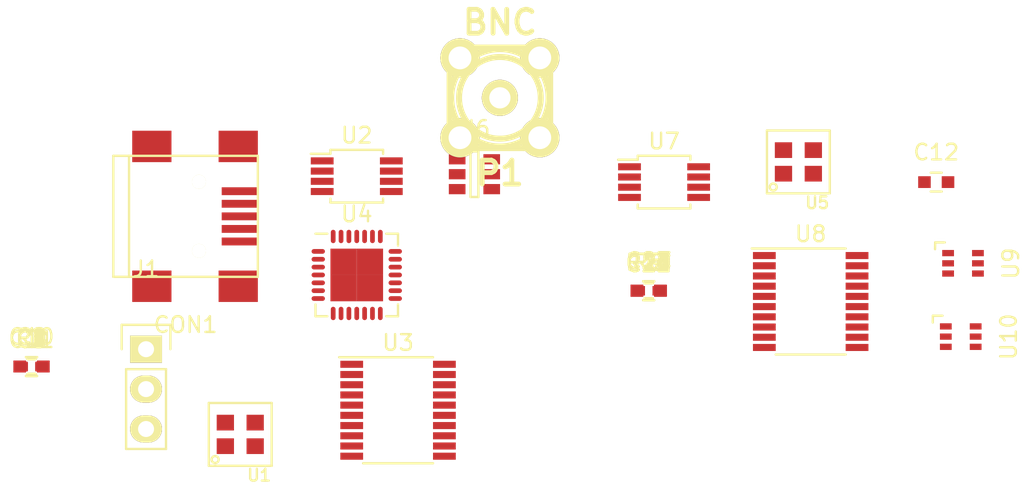
<source format=kicad_pcb>
(kicad_pcb (version 4) (host pcbnew "(after 2015-mar-04 BZR unknown)-product")

  (general
    (links 137)
    (no_connects 85)
    (area 146.345148 81.37524 202.269601 113.0599)
    (thickness 1.6)
    (drawings 0)
    (tracks 0)
    (zones 0)
    (modules 54)
    (nets 62)
  )

  (page A4)
  (layers
    (0 F.Cu signal)
    (31 B.Cu signal)
    (32 B.Adhes user)
    (33 F.Adhes user)
    (34 B.Paste user)
    (35 F.Paste user)
    (36 B.SilkS user)
    (37 F.SilkS user)
    (38 B.Mask user)
    (39 F.Mask user)
    (40 Dwgs.User user)
    (41 Cmts.User user)
    (42 Eco1.User user)
    (43 Eco2.User user)
    (44 Edge.Cuts user)
    (45 Margin user)
    (46 B.CrtYd user)
    (47 F.CrtYd user)
    (48 B.Fab user)
    (49 F.Fab user)
  )

  (setup
    (last_trace_width 0.25)
    (trace_clearance 0.2)
    (zone_clearance 0.508)
    (zone_45_only no)
    (trace_min 0.2)
    (segment_width 0.2)
    (edge_width 0.1)
    (via_size 0.6)
    (via_drill 0.4)
    (via_min_size 0.4)
    (via_min_drill 0.3)
    (uvia_size 0.3)
    (uvia_drill 0.1)
    (uvias_allowed no)
    (uvia_min_size 0.2)
    (uvia_min_drill 0.1)
    (pcb_text_width 0.3)
    (pcb_text_size 1.5 1.5)
    (mod_edge_width 0.15)
    (mod_text_size 1 1)
    (mod_text_width 0.15)
    (pad_size 1.5 1.5)
    (pad_drill 0.6)
    (pad_to_mask_clearance 0)
    (aux_axis_origin 0 0)
    (visible_elements FFFFFF7F)
    (pcbplotparams
      (layerselection 0x00030_80000001)
      (usegerberextensions false)
      (excludeedgelayer true)
      (linewidth 0.100000)
      (plotframeref false)
      (viasonmask false)
      (mode 1)
      (useauxorigin false)
      (hpglpennumber 1)
      (hpglpenspeed 20)
      (hpglpendiameter 15)
      (hpglpenoverlay 2)
      (psnegative false)
      (psa4output false)
      (plotreference true)
      (plotvalue true)
      (plotinvisibletext false)
      (padsonsilk false)
      (subtractmaskfromsilk false)
      (outputformat 1)
      (mirror false)
      (drillshape 1)
      (scaleselection 1)
      (outputdirectory ""))
  )

  (net 0 "")
  (net 1 +5V)
  (net 2 GND)
  (net 3 +3V3)
  (net 4 "Net-(C3-Pad1)")
  (net 5 "Net-(C10-Pad1)")
  (net 6 DN)
  (net 7 DP)
  (net 8 "Net-(CON1-Pad4)")
  (net 9 "Net-(CON1-Pad6)")
  (net 10 "Net-(CON1-Pad7)")
  (net 11 "Net-(CON1-Pad8)")
  (net 12 "Net-(CON1-Pad9)")
  (net 13 MCUSWDIO)
  (net 14 MCUSWCLK)
  (net 15 "Net-(R1-Pad2)")
  (net 16 "Net-(R2-Pad1)")
  (net 17 "Net-(R3-Pad2)")
  (net 18 16MHZ)
  (net 19 "Net-(U3-Pad3)")
  (net 20 "Net-(U3-Pad6)")
  (net 21 "Net-(U3-Pad12)")
  (net 22 "Net-(U3-Pad14)")
  (net 23 /usbbridge/RXD)
  (net 24 /usbbridge/TXD)
  (net 25 "Net-(U4-Pad1)")
  (net 26 "Net-(U4-Pad2)")
  (net 27 "Net-(U4-Pad9)")
  (net 28 "Net-(U4-Pad11)")
  (net 29 "Net-(U4-Pad12)")
  (net 30 "Net-(U4-Pad23)")
  (net 31 "Net-(U4-Pad24)")
  (net 32 "Net-(U4-Pad27)")
  (net 33 "Net-(U4-Pad28)")
  (net 34 -5V)
  (net 35 "Net-(C14-Pad1)")
  (net 36 "Net-(C14-Pad2)")
  (net 37 "Net-(C17-Pad1)")
  (net 38 "Net-(C22-Pad2)")
  (net 39 "Net-(C23-Pad1)")
  (net 40 IOUT)
  (net 41 "Net-(C27-Pad1)")
  (net 42 "Net-(C27-Pad2)")
  (net 43 "Net-(C29-Pad2)")
  (net 44 VOUT)
  (net 45 "Net-(R5-Pad2)")
  (net 46 "Net-(R6-Pad2)")
  (net 47 SDA)
  (net 48 SCL)
  (net 49 "Net-(R9-Pad1)")
  (net 50 "Net-(R10-Pad1)")
  (net 51 DDSRESET)
  (net 52 DDSNSS)
  (net 53 DDSSCK)
  (net 54 DDSMOSI)
  (net 55 /ddscore/MCLK)
  (net 56 /ddscore/FSADJUST)
  (net 57 "Net-(U8-Pad16)")
  (net 58 "Net-(U8-Pad17)")
  (net 59 "Net-(U8-Pad20)")
  (net 60 "Net-(U9-Pad5)")
  (net 61 "Net-(U10-Pad5)")

  (net_class Default "This is the default net class."
    (clearance 0.2)
    (trace_width 0.25)
    (via_dia 0.6)
    (via_drill 0.4)
    (uvia_dia 0.3)
    (uvia_drill 0.1)
    (add_net +3V3)
    (add_net +5V)
    (add_net -5V)
    (add_net /ddscore/FSADJUST)
    (add_net /ddscore/MCLK)
    (add_net /usbbridge/RXD)
    (add_net /usbbridge/TXD)
    (add_net 16MHZ)
    (add_net DDSMOSI)
    (add_net DDSNSS)
    (add_net DDSRESET)
    (add_net DDSSCK)
    (add_net DN)
    (add_net DP)
    (add_net GND)
    (add_net IOUT)
    (add_net MCUSWCLK)
    (add_net MCUSWDIO)
    (add_net "Net-(C10-Pad1)")
    (add_net "Net-(C14-Pad1)")
    (add_net "Net-(C14-Pad2)")
    (add_net "Net-(C17-Pad1)")
    (add_net "Net-(C22-Pad2)")
    (add_net "Net-(C23-Pad1)")
    (add_net "Net-(C27-Pad1)")
    (add_net "Net-(C27-Pad2)")
    (add_net "Net-(C29-Pad2)")
    (add_net "Net-(C3-Pad1)")
    (add_net "Net-(CON1-Pad4)")
    (add_net "Net-(CON1-Pad6)")
    (add_net "Net-(CON1-Pad7)")
    (add_net "Net-(CON1-Pad8)")
    (add_net "Net-(CON1-Pad9)")
    (add_net "Net-(R1-Pad2)")
    (add_net "Net-(R10-Pad1)")
    (add_net "Net-(R2-Pad1)")
    (add_net "Net-(R3-Pad2)")
    (add_net "Net-(R5-Pad2)")
    (add_net "Net-(R6-Pad2)")
    (add_net "Net-(R9-Pad1)")
    (add_net "Net-(U10-Pad5)")
    (add_net "Net-(U3-Pad12)")
    (add_net "Net-(U3-Pad14)")
    (add_net "Net-(U3-Pad3)")
    (add_net "Net-(U3-Pad6)")
    (add_net "Net-(U4-Pad1)")
    (add_net "Net-(U4-Pad11)")
    (add_net "Net-(U4-Pad12)")
    (add_net "Net-(U4-Pad2)")
    (add_net "Net-(U4-Pad23)")
    (add_net "Net-(U4-Pad24)")
    (add_net "Net-(U4-Pad27)")
    (add_net "Net-(U4-Pad28)")
    (add_net "Net-(U4-Pad9)")
    (add_net "Net-(U8-Pad16)")
    (add_net "Net-(U8-Pad17)")
    (add_net "Net-(U8-Pad20)")
    (add_net "Net-(U9-Pad5)")
    (add_net SCL)
    (add_net SDA)
    (add_net VOUT)
  )

  (module Connect:USB_Mini-B (layer F.Cu) (tedit 553830B6) (tstamp 55383128)
    (at 158.30804 95.44304)
    (descr "USB Mini-B 5-pin SMD connector")
    (tags "USB, Mini-B, connector")
    (path /55382E69)
    (fp_text reference CON1 (at 0 6.90118) (layer F.SilkS)
      (effects (font (size 1 1) (thickness 0.15)))
    )
    (fp_text value USB-MINI-B (at 0 -7.0993) (layer F.Fab)
      (effects (font (size 1 1) (thickness 0.15)))
    )
    (fp_line (start -3.59918 -3.85064) (end -3.59918 3.85064) (layer F.SilkS) (width 0.15))
    (fp_line (start -4.59994 -3.85064) (end -4.59994 3.85064) (layer F.SilkS) (width 0.15))
    (fp_line (start -4.59994 3.85064) (end 4.59994 3.85064) (layer F.SilkS) (width 0.15))
    (fp_line (start 4.59994 3.85064) (end 4.59994 -3.85064) (layer F.SilkS) (width 0.15))
    (fp_line (start 4.59994 -3.85064) (end -4.59994 -3.85064) (layer F.SilkS) (width 0.15))
    (pad 1 smd rect (at 3.44932 -1.6002) (size 2.30124 0.50038) (layers F.Cu F.Paste F.Mask)
      (net 1 +5V))
    (pad 2 smd rect (at 3.44932 -0.8001) (size 2.30124 0.50038) (layers F.Cu F.Paste F.Mask)
      (net 6 DN))
    (pad 3 smd rect (at 3.44932 0) (size 2.30124 0.50038) (layers F.Cu F.Paste F.Mask)
      (net 7 DP))
    (pad 4 smd rect (at 3.44932 0.8001) (size 2.30124 0.50038) (layers F.Cu F.Paste F.Mask)
      (net 8 "Net-(CON1-Pad4)"))
    (pad 5 smd rect (at 3.44932 1.6002) (size 2.30124 0.50038) (layers F.Cu F.Paste F.Mask)
      (net 2 GND))
    (pad 6 smd rect (at 3.35026 -4.45008) (size 2.49936 1.99898) (layers F.Cu F.Paste F.Mask)
      (net 9 "Net-(CON1-Pad6)"))
    (pad 7 smd rect (at -2.14884 -4.45008) (size 2.49936 1.99898) (layers F.Cu F.Paste F.Mask)
      (net 10 "Net-(CON1-Pad7)"))
    (pad 8 smd rect (at 3.35026 4.45008) (size 2.49936 1.99898) (layers F.Cu F.Paste F.Mask)
      (net 11 "Net-(CON1-Pad8)"))
    (pad 9 smd rect (at -2.14884 4.45008) (size 2.49936 1.99898) (layers F.Cu F.Paste F.Mask)
      (net 12 "Net-(CON1-Pad9)"))
    (pad "" np_thru_hole circle (at 0.8509 -2.19964) (size 0.89916 0.89916) (drill 0.89916) (layers *.Cu *.Mask F.SilkS))
    (pad "" np_thru_hole circle (at 0.8509 2.19964) (size 0.89916 0.89916) (drill 0.89916) (layers *.Cu *.Mask F.SilkS))
  )

  (module Capacitors_SMD:C_0603 (layer F.Cu) (tedit 5415D631) (tstamp 553830DD)
    (at 148.5011 105.0036)
    (descr "Capacitor SMD 0603, reflow soldering, AVX (see smccp.pdf)")
    (tags "capacitor 0603")
    (path /5538346E)
    (attr smd)
    (fp_text reference C1 (at 0 -1.9) (layer F.SilkS)
      (effects (font (size 1 1) (thickness 0.15)))
    )
    (fp_text value 4.7u (at 0 1.9) (layer F.Fab)
      (effects (font (size 1 1) (thickness 0.15)))
    )
    (fp_line (start -1.45 -0.75) (end 1.45 -0.75) (layer F.CrtYd) (width 0.05))
    (fp_line (start -1.45 0.75) (end 1.45 0.75) (layer F.CrtYd) (width 0.05))
    (fp_line (start -1.45 -0.75) (end -1.45 0.75) (layer F.CrtYd) (width 0.05))
    (fp_line (start 1.45 -0.75) (end 1.45 0.75) (layer F.CrtYd) (width 0.05))
    (fp_line (start -0.35 -0.6) (end 0.35 -0.6) (layer F.SilkS) (width 0.15))
    (fp_line (start 0.35 0.6) (end -0.35 0.6) (layer F.SilkS) (width 0.15))
    (pad 1 smd rect (at -0.75 0) (size 0.8 0.75) (layers F.Cu F.Paste F.Mask)
      (net 1 +5V))
    (pad 2 smd rect (at 0.75 0) (size 0.8 0.75) (layers F.Cu F.Paste F.Mask)
      (net 2 GND))
    (model Capacitors_SMD.3dshapes/C_0603.wrl
      (at (xyz 0 0 0))
      (scale (xyz 1 1 1))
      (rotate (xyz 0 0 0))
    )
  )

  (module Capacitors_SMD:C_0603 (layer F.Cu) (tedit 5415D631) (tstamp 553830E3)
    (at 148.5011 105.0036)
    (descr "Capacitor SMD 0603, reflow soldering, AVX (see smccp.pdf)")
    (tags "capacitor 0603")
    (path /553834DD)
    (attr smd)
    (fp_text reference C2 (at 0 -1.9) (layer F.SilkS)
      (effects (font (size 1 1) (thickness 0.15)))
    )
    (fp_text value 4.7u (at 0 1.9) (layer F.Fab)
      (effects (font (size 1 1) (thickness 0.15)))
    )
    (fp_line (start -1.45 -0.75) (end 1.45 -0.75) (layer F.CrtYd) (width 0.05))
    (fp_line (start -1.45 0.75) (end 1.45 0.75) (layer F.CrtYd) (width 0.05))
    (fp_line (start -1.45 -0.75) (end -1.45 0.75) (layer F.CrtYd) (width 0.05))
    (fp_line (start 1.45 -0.75) (end 1.45 0.75) (layer F.CrtYd) (width 0.05))
    (fp_line (start -0.35 -0.6) (end 0.35 -0.6) (layer F.SilkS) (width 0.15))
    (fp_line (start 0.35 0.6) (end -0.35 0.6) (layer F.SilkS) (width 0.15))
    (pad 1 smd rect (at -0.75 0) (size 0.8 0.75) (layers F.Cu F.Paste F.Mask)
      (net 3 +3V3))
    (pad 2 smd rect (at 0.75 0) (size 0.8 0.75) (layers F.Cu F.Paste F.Mask)
      (net 2 GND))
    (model Capacitors_SMD.3dshapes/C_0603.wrl
      (at (xyz 0 0 0))
      (scale (xyz 1 1 1))
      (rotate (xyz 0 0 0))
    )
  )

  (module Capacitors_SMD:C_0402 (layer F.Cu) (tedit 5415D599) (tstamp 553830E9)
    (at 148.5011 105.0036)
    (descr "Capacitor SMD 0402, reflow soldering, AVX (see smccp.pdf)")
    (tags "capacitor 0402")
    (path /55383514)
    (attr smd)
    (fp_text reference C3 (at 0 -1.7) (layer F.SilkS)
      (effects (font (size 1 1) (thickness 0.15)))
    )
    (fp_text value 10n (at 0 1.7) (layer F.Fab)
      (effects (font (size 1 1) (thickness 0.15)))
    )
    (fp_line (start -1.15 -0.6) (end 1.15 -0.6) (layer F.CrtYd) (width 0.05))
    (fp_line (start -1.15 0.6) (end 1.15 0.6) (layer F.CrtYd) (width 0.05))
    (fp_line (start -1.15 -0.6) (end -1.15 0.6) (layer F.CrtYd) (width 0.05))
    (fp_line (start 1.15 -0.6) (end 1.15 0.6) (layer F.CrtYd) (width 0.05))
    (fp_line (start 0.25 -0.475) (end -0.25 -0.475) (layer F.SilkS) (width 0.15))
    (fp_line (start -0.25 0.475) (end 0.25 0.475) (layer F.SilkS) (width 0.15))
    (pad 1 smd rect (at -0.55 0) (size 0.6 0.5) (layers F.Cu F.Paste F.Mask)
      (net 4 "Net-(C3-Pad1)"))
    (pad 2 smd rect (at 0.55 0) (size 0.6 0.5) (layers F.Cu F.Paste F.Mask)
      (net 2 GND))
    (model Capacitors_SMD.3dshapes/C_0402.wrl
      (at (xyz 0 0 0))
      (scale (xyz 1 1 1))
      (rotate (xyz 0 0 0))
    )
  )

  (module Capacitors_SMD:C_0402 (layer F.Cu) (tedit 5415D599) (tstamp 553830EF)
    (at 148.5011 105.0036)
    (descr "Capacitor SMD 0402, reflow soldering, AVX (see smccp.pdf)")
    (tags "capacitor 0402")
    (path /553852F6)
    (attr smd)
    (fp_text reference C4 (at 0 -1.7) (layer F.SilkS)
      (effects (font (size 1 1) (thickness 0.15)))
    )
    (fp_text value 10n (at 0 1.7) (layer F.Fab)
      (effects (font (size 1 1) (thickness 0.15)))
    )
    (fp_line (start -1.15 -0.6) (end 1.15 -0.6) (layer F.CrtYd) (width 0.05))
    (fp_line (start -1.15 0.6) (end 1.15 0.6) (layer F.CrtYd) (width 0.05))
    (fp_line (start -1.15 -0.6) (end -1.15 0.6) (layer F.CrtYd) (width 0.05))
    (fp_line (start 1.15 -0.6) (end 1.15 0.6) (layer F.CrtYd) (width 0.05))
    (fp_line (start 0.25 -0.475) (end -0.25 -0.475) (layer F.SilkS) (width 0.15))
    (fp_line (start -0.25 0.475) (end 0.25 0.475) (layer F.SilkS) (width 0.15))
    (pad 1 smd rect (at -0.55 0) (size 0.6 0.5) (layers F.Cu F.Paste F.Mask)
      (net 3 +3V3))
    (pad 2 smd rect (at 0.55 0) (size 0.6 0.5) (layers F.Cu F.Paste F.Mask)
      (net 2 GND))
    (model Capacitors_SMD.3dshapes/C_0402.wrl
      (at (xyz 0 0 0))
      (scale (xyz 1 1 1))
      (rotate (xyz 0 0 0))
    )
  )

  (module Capacitors_SMD:C_0402 (layer F.Cu) (tedit 5415D599) (tstamp 553830F5)
    (at 148.5011 105.0036)
    (descr "Capacitor SMD 0402, reflow soldering, AVX (see smccp.pdf)")
    (tags "capacitor 0402")
    (path /55382F80/5538384D)
    (attr smd)
    (fp_text reference C5 (at 0 -1.7) (layer F.SilkS)
      (effects (font (size 1 1) (thickness 0.15)))
    )
    (fp_text value 1u (at 0 1.7) (layer F.Fab)
      (effects (font (size 1 1) (thickness 0.15)))
    )
    (fp_line (start -1.15 -0.6) (end 1.15 -0.6) (layer F.CrtYd) (width 0.05))
    (fp_line (start -1.15 0.6) (end 1.15 0.6) (layer F.CrtYd) (width 0.05))
    (fp_line (start -1.15 -0.6) (end -1.15 0.6) (layer F.CrtYd) (width 0.05))
    (fp_line (start 1.15 -0.6) (end 1.15 0.6) (layer F.CrtYd) (width 0.05))
    (fp_line (start 0.25 -0.475) (end -0.25 -0.475) (layer F.SilkS) (width 0.15))
    (fp_line (start -0.25 0.475) (end 0.25 0.475) (layer F.SilkS) (width 0.15))
    (pad 1 smd rect (at -0.55 0) (size 0.6 0.5) (layers F.Cu F.Paste F.Mask)
      (net 3 +3V3))
    (pad 2 smd rect (at 0.55 0) (size 0.6 0.5) (layers F.Cu F.Paste F.Mask)
      (net 2 GND))
    (model Capacitors_SMD.3dshapes/C_0402.wrl
      (at (xyz 0 0 0))
      (scale (xyz 1 1 1))
      (rotate (xyz 0 0 0))
    )
  )

  (module Capacitors_SMD:C_0402 (layer F.Cu) (tedit 5415D599) (tstamp 553830FB)
    (at 148.5011 105.0036)
    (descr "Capacitor SMD 0402, reflow soldering, AVX (see smccp.pdf)")
    (tags "capacitor 0402")
    (path /55382F80/553837E4)
    (attr smd)
    (fp_text reference C6 (at 0 -1.7) (layer F.SilkS)
      (effects (font (size 1 1) (thickness 0.15)))
    )
    (fp_text value 100n (at 0 1.7) (layer F.Fab)
      (effects (font (size 1 1) (thickness 0.15)))
    )
    (fp_line (start -1.15 -0.6) (end 1.15 -0.6) (layer F.CrtYd) (width 0.05))
    (fp_line (start -1.15 0.6) (end 1.15 0.6) (layer F.CrtYd) (width 0.05))
    (fp_line (start -1.15 -0.6) (end -1.15 0.6) (layer F.CrtYd) (width 0.05))
    (fp_line (start 1.15 -0.6) (end 1.15 0.6) (layer F.CrtYd) (width 0.05))
    (fp_line (start 0.25 -0.475) (end -0.25 -0.475) (layer F.SilkS) (width 0.15))
    (fp_line (start -0.25 0.475) (end 0.25 0.475) (layer F.SilkS) (width 0.15))
    (pad 1 smd rect (at -0.55 0) (size 0.6 0.5) (layers F.Cu F.Paste F.Mask)
      (net 3 +3V3))
    (pad 2 smd rect (at 0.55 0) (size 0.6 0.5) (layers F.Cu F.Paste F.Mask)
      (net 2 GND))
    (model Capacitors_SMD.3dshapes/C_0402.wrl
      (at (xyz 0 0 0))
      (scale (xyz 1 1 1))
      (rotate (xyz 0 0 0))
    )
  )

  (module Capacitors_SMD:C_0402 (layer F.Cu) (tedit 5415D599) (tstamp 55383101)
    (at 148.5011 105.0036)
    (descr "Capacitor SMD 0402, reflow soldering, AVX (see smccp.pdf)")
    (tags "capacitor 0402")
    (path /55382F80/55383885)
    (attr smd)
    (fp_text reference C7 (at 0 -1.7) (layer F.SilkS)
      (effects (font (size 1 1) (thickness 0.15)))
    )
    (fp_text value 100n (at 0 1.7) (layer F.Fab)
      (effects (font (size 1 1) (thickness 0.15)))
    )
    (fp_line (start -1.15 -0.6) (end 1.15 -0.6) (layer F.CrtYd) (width 0.05))
    (fp_line (start -1.15 0.6) (end 1.15 0.6) (layer F.CrtYd) (width 0.05))
    (fp_line (start -1.15 -0.6) (end -1.15 0.6) (layer F.CrtYd) (width 0.05))
    (fp_line (start 1.15 -0.6) (end 1.15 0.6) (layer F.CrtYd) (width 0.05))
    (fp_line (start 0.25 -0.475) (end -0.25 -0.475) (layer F.SilkS) (width 0.15))
    (fp_line (start -0.25 0.475) (end 0.25 0.475) (layer F.SilkS) (width 0.15))
    (pad 1 smd rect (at -0.55 0) (size 0.6 0.5) (layers F.Cu F.Paste F.Mask)
      (net 3 +3V3))
    (pad 2 smd rect (at 0.55 0) (size 0.6 0.5) (layers F.Cu F.Paste F.Mask)
      (net 2 GND))
    (model Capacitors_SMD.3dshapes/C_0402.wrl
      (at (xyz 0 0 0))
      (scale (xyz 1 1 1))
      (rotate (xyz 0 0 0))
    )
  )

  (module Capacitors_SMD:C_0402 (layer F.Cu) (tedit 5415D599) (tstamp 55383107)
    (at 148.5011 105.0036)
    (descr "Capacitor SMD 0402, reflow soldering, AVX (see smccp.pdf)")
    (tags "capacitor 0402")
    (path /55383A0D/55383CB9)
    (attr smd)
    (fp_text reference C8 (at 0 -1.7) (layer F.SilkS)
      (effects (font (size 1 1) (thickness 0.15)))
    )
    (fp_text value 1u (at 0 1.7) (layer F.Fab)
      (effects (font (size 1 1) (thickness 0.15)))
    )
    (fp_line (start -1.15 -0.6) (end 1.15 -0.6) (layer F.CrtYd) (width 0.05))
    (fp_line (start -1.15 0.6) (end 1.15 0.6) (layer F.CrtYd) (width 0.05))
    (fp_line (start -1.15 -0.6) (end -1.15 0.6) (layer F.CrtYd) (width 0.05))
    (fp_line (start 1.15 -0.6) (end 1.15 0.6) (layer F.CrtYd) (width 0.05))
    (fp_line (start 0.25 -0.475) (end -0.25 -0.475) (layer F.SilkS) (width 0.15))
    (fp_line (start -0.25 0.475) (end 0.25 0.475) (layer F.SilkS) (width 0.15))
    (pad 1 smd rect (at -0.55 0) (size 0.6 0.5) (layers F.Cu F.Paste F.Mask)
      (net 1 +5V))
    (pad 2 smd rect (at 0.55 0) (size 0.6 0.5) (layers F.Cu F.Paste F.Mask)
      (net 2 GND))
    (model Capacitors_SMD.3dshapes/C_0402.wrl
      (at (xyz 0 0 0))
      (scale (xyz 1 1 1))
      (rotate (xyz 0 0 0))
    )
  )

  (module Capacitors_SMD:C_0402 (layer F.Cu) (tedit 5415D599) (tstamp 5538310D)
    (at 148.5011 105.0036)
    (descr "Capacitor SMD 0402, reflow soldering, AVX (see smccp.pdf)")
    (tags "capacitor 0402")
    (path /55383A0D/55383BED)
    (attr smd)
    (fp_text reference C9 (at 0 -1.7) (layer F.SilkS)
      (effects (font (size 1 1) (thickness 0.15)))
    )
    (fp_text value 100n (at 0 1.7) (layer F.Fab)
      (effects (font (size 1 1) (thickness 0.15)))
    )
    (fp_line (start -1.15 -0.6) (end 1.15 -0.6) (layer F.CrtYd) (width 0.05))
    (fp_line (start -1.15 0.6) (end 1.15 0.6) (layer F.CrtYd) (width 0.05))
    (fp_line (start -1.15 -0.6) (end -1.15 0.6) (layer F.CrtYd) (width 0.05))
    (fp_line (start 1.15 -0.6) (end 1.15 0.6) (layer F.CrtYd) (width 0.05))
    (fp_line (start 0.25 -0.475) (end -0.25 -0.475) (layer F.SilkS) (width 0.15))
    (fp_line (start -0.25 0.475) (end 0.25 0.475) (layer F.SilkS) (width 0.15))
    (pad 1 smd rect (at -0.55 0) (size 0.6 0.5) (layers F.Cu F.Paste F.Mask)
      (net 1 +5V))
    (pad 2 smd rect (at 0.55 0) (size 0.6 0.5) (layers F.Cu F.Paste F.Mask)
      (net 2 GND))
    (model Capacitors_SMD.3dshapes/C_0402.wrl
      (at (xyz 0 0 0))
      (scale (xyz 1 1 1))
      (rotate (xyz 0 0 0))
    )
  )

  (module Capacitors_SMD:C_0603 (layer F.Cu) (tedit 5415D631) (tstamp 55383113)
    (at 148.5011 105.0036)
    (descr "Capacitor SMD 0603, reflow soldering, AVX (see smccp.pdf)")
    (tags "capacitor 0603")
    (path /55383A0D/55383ACB)
    (attr smd)
    (fp_text reference C10 (at 0 -1.9) (layer F.SilkS)
      (effects (font (size 1 1) (thickness 0.15)))
    )
    (fp_text value 4.7u (at 0 1.9) (layer F.Fab)
      (effects (font (size 1 1) (thickness 0.15)))
    )
    (fp_line (start -1.45 -0.75) (end 1.45 -0.75) (layer F.CrtYd) (width 0.05))
    (fp_line (start -1.45 0.75) (end 1.45 0.75) (layer F.CrtYd) (width 0.05))
    (fp_line (start -1.45 -0.75) (end -1.45 0.75) (layer F.CrtYd) (width 0.05))
    (fp_line (start 1.45 -0.75) (end 1.45 0.75) (layer F.CrtYd) (width 0.05))
    (fp_line (start -0.35 -0.6) (end 0.35 -0.6) (layer F.SilkS) (width 0.15))
    (fp_line (start 0.35 0.6) (end -0.35 0.6) (layer F.SilkS) (width 0.15))
    (pad 1 smd rect (at -0.75 0) (size 0.8 0.75) (layers F.Cu F.Paste F.Mask)
      (net 5 "Net-(C10-Pad1)"))
    (pad 2 smd rect (at 0.75 0) (size 0.8 0.75) (layers F.Cu F.Paste F.Mask)
      (net 2 GND))
    (model Capacitors_SMD.3dshapes/C_0603.wrl
      (at (xyz 0 0 0))
      (scale (xyz 1 1 1))
      (rotate (xyz 0 0 0))
    )
  )

  (module Capacitors_SMD:C_0402 (layer F.Cu) (tedit 5415D599) (tstamp 55383119)
    (at 148.5011 105.0036)
    (descr "Capacitor SMD 0402, reflow soldering, AVX (see smccp.pdf)")
    (tags "capacitor 0402")
    (path /55383A0D/55383AEE)
    (attr smd)
    (fp_text reference C11 (at 0 -1.7) (layer F.SilkS)
      (effects (font (size 1 1) (thickness 0.15)))
    )
    (fp_text value 100n (at 0 1.7) (layer F.Fab)
      (effects (font (size 1 1) (thickness 0.15)))
    )
    (fp_line (start -1.15 -0.6) (end 1.15 -0.6) (layer F.CrtYd) (width 0.05))
    (fp_line (start -1.15 0.6) (end 1.15 0.6) (layer F.CrtYd) (width 0.05))
    (fp_line (start -1.15 -0.6) (end -1.15 0.6) (layer F.CrtYd) (width 0.05))
    (fp_line (start 1.15 -0.6) (end 1.15 0.6) (layer F.CrtYd) (width 0.05))
    (fp_line (start 0.25 -0.475) (end -0.25 -0.475) (layer F.SilkS) (width 0.15))
    (fp_line (start -0.25 0.475) (end 0.25 0.475) (layer F.SilkS) (width 0.15))
    (pad 1 smd rect (at -0.55 0) (size 0.6 0.5) (layers F.Cu F.Paste F.Mask)
      (net 5 "Net-(C10-Pad1)"))
    (pad 2 smd rect (at 0.55 0) (size 0.6 0.5) (layers F.Cu F.Paste F.Mask)
      (net 2 GND))
    (model Capacitors_SMD.3dshapes/C_0402.wrl
      (at (xyz 0 0 0))
      (scale (xyz 1 1 1))
      (rotate (xyz 0 0 0))
    )
  )

  (module Pin_Headers:Pin_Header_Straight_1x03 (layer F.Cu) (tedit 0) (tstamp 5538312F)
    (at 155.7909 103.8987)
    (descr "Through hole pin header")
    (tags "pin header")
    (path /5538638D)
    (fp_text reference J1 (at 0 -5.1) (layer F.SilkS)
      (effects (font (size 1 1) (thickness 0.15)))
    )
    (fp_text value SWDCONN (at 0 -3.1) (layer F.Fab)
      (effects (font (size 1 1) (thickness 0.15)))
    )
    (fp_line (start -1.75 -1.75) (end -1.75 6.85) (layer F.CrtYd) (width 0.05))
    (fp_line (start 1.75 -1.75) (end 1.75 6.85) (layer F.CrtYd) (width 0.05))
    (fp_line (start -1.75 -1.75) (end 1.75 -1.75) (layer F.CrtYd) (width 0.05))
    (fp_line (start -1.75 6.85) (end 1.75 6.85) (layer F.CrtYd) (width 0.05))
    (fp_line (start -1.27 1.27) (end -1.27 6.35) (layer F.SilkS) (width 0.15))
    (fp_line (start -1.27 6.35) (end 1.27 6.35) (layer F.SilkS) (width 0.15))
    (fp_line (start 1.27 6.35) (end 1.27 1.27) (layer F.SilkS) (width 0.15))
    (fp_line (start 1.55 -1.55) (end 1.55 0) (layer F.SilkS) (width 0.15))
    (fp_line (start 1.27 1.27) (end -1.27 1.27) (layer F.SilkS) (width 0.15))
    (fp_line (start -1.55 0) (end -1.55 -1.55) (layer F.SilkS) (width 0.15))
    (fp_line (start -1.55 -1.55) (end 1.55 -1.55) (layer F.SilkS) (width 0.15))
    (pad 1 thru_hole rect (at 0 0) (size 2.032 1.7272) (drill 1.016) (layers *.Cu *.Mask F.SilkS)
      (net 13 MCUSWDIO))
    (pad 2 thru_hole oval (at 0 2.54) (size 2.032 1.7272) (drill 1.016) (layers *.Cu *.Mask F.SilkS)
      (net 14 MCUSWCLK))
    (pad 3 thru_hole oval (at 0 5.08) (size 2.032 1.7272) (drill 1.016) (layers *.Cu *.Mask F.SilkS)
      (net 2 GND))
    (model Pin_Headers.3dshapes/Pin_Header_Straight_1x03.wrl
      (at (xyz 0 -0.1 0))
      (scale (xyz 1 1 1))
      (rotate (xyz 0 0 90))
    )
  )

  (module Resistors_SMD:R_0402 (layer F.Cu) (tedit 5415CBB8) (tstamp 55383135)
    (at 148.5011 105.0036)
    (descr "Resistor SMD 0402, reflow soldering, Vishay (see dcrcw.pdf)")
    (tags "resistor 0402")
    (path /55384BC6)
    (attr smd)
    (fp_text reference R1 (at 0 -1.8) (layer F.SilkS)
      (effects (font (size 1 1) (thickness 0.15)))
    )
    (fp_text value 10k (at 0 1.8) (layer F.Fab)
      (effects (font (size 1 1) (thickness 0.15)))
    )
    (fp_line (start -0.95 -0.65) (end 0.95 -0.65) (layer F.CrtYd) (width 0.05))
    (fp_line (start -0.95 0.65) (end 0.95 0.65) (layer F.CrtYd) (width 0.05))
    (fp_line (start -0.95 -0.65) (end -0.95 0.65) (layer F.CrtYd) (width 0.05))
    (fp_line (start 0.95 -0.65) (end 0.95 0.65) (layer F.CrtYd) (width 0.05))
    (fp_line (start 0.25 -0.525) (end -0.25 -0.525) (layer F.SilkS) (width 0.15))
    (fp_line (start -0.25 0.525) (end 0.25 0.525) (layer F.SilkS) (width 0.15))
    (pad 1 smd rect (at -0.45 0) (size 0.4 0.6) (layers F.Cu F.Paste F.Mask)
      (net 3 +3V3))
    (pad 2 smd rect (at 0.45 0) (size 0.4 0.6) (layers F.Cu F.Paste F.Mask)
      (net 15 "Net-(R1-Pad2)"))
    (model Resistors_SMD.3dshapes/R_0402.wrl
      (at (xyz 0 0 0))
      (scale (xyz 1 1 1))
      (rotate (xyz 0 0 0))
    )
  )

  (module Resistors_SMD:R_0402 (layer F.Cu) (tedit 5415CBB8) (tstamp 5538313B)
    (at 148.5011 105.0036)
    (descr "Resistor SMD 0402, reflow soldering, Vishay (see dcrcw.pdf)")
    (tags "resistor 0402")
    (path /55382F80/55384200)
    (attr smd)
    (fp_text reference R2 (at 0 -1.8) (layer F.SilkS)
      (effects (font (size 1 1) (thickness 0.15)))
    )
    (fp_text value 10k (at 0 1.8) (layer F.Fab)
      (effects (font (size 1 1) (thickness 0.15)))
    )
    (fp_line (start -0.95 -0.65) (end 0.95 -0.65) (layer F.CrtYd) (width 0.05))
    (fp_line (start -0.95 0.65) (end 0.95 0.65) (layer F.CrtYd) (width 0.05))
    (fp_line (start -0.95 -0.65) (end -0.95 0.65) (layer F.CrtYd) (width 0.05))
    (fp_line (start 0.95 -0.65) (end 0.95 0.65) (layer F.CrtYd) (width 0.05))
    (fp_line (start 0.25 -0.525) (end -0.25 -0.525) (layer F.SilkS) (width 0.15))
    (fp_line (start -0.25 0.525) (end 0.25 0.525) (layer F.SilkS) (width 0.15))
    (pad 1 smd rect (at -0.45 0) (size 0.4 0.6) (layers F.Cu F.Paste F.Mask)
      (net 16 "Net-(R2-Pad1)"))
    (pad 2 smd rect (at 0.45 0) (size 0.4 0.6) (layers F.Cu F.Paste F.Mask)
      (net 2 GND))
    (model Resistors_SMD.3dshapes/R_0402.wrl
      (at (xyz 0 0 0))
      (scale (xyz 1 1 1))
      (rotate (xyz 0 0 0))
    )
  )

  (module Resistors_SMD:R_0402 (layer F.Cu) (tedit 5415CBB8) (tstamp 55383141)
    (at 148.5011 105.0036)
    (descr "Resistor SMD 0402, reflow soldering, Vishay (see dcrcw.pdf)")
    (tags "resistor 0402")
    (path /55382F80/5538591D)
    (attr smd)
    (fp_text reference R3 (at 0 -1.8) (layer F.SilkS)
      (effects (font (size 1 1) (thickness 0.15)))
    )
    (fp_text value 10k (at 0 1.8) (layer F.Fab)
      (effects (font (size 1 1) (thickness 0.15)))
    )
    (fp_line (start -0.95 -0.65) (end 0.95 -0.65) (layer F.CrtYd) (width 0.05))
    (fp_line (start -0.95 0.65) (end 0.95 0.65) (layer F.CrtYd) (width 0.05))
    (fp_line (start -0.95 -0.65) (end -0.95 0.65) (layer F.CrtYd) (width 0.05))
    (fp_line (start 0.95 -0.65) (end 0.95 0.65) (layer F.CrtYd) (width 0.05))
    (fp_line (start 0.25 -0.525) (end -0.25 -0.525) (layer F.SilkS) (width 0.15))
    (fp_line (start -0.25 0.525) (end 0.25 0.525) (layer F.SilkS) (width 0.15))
    (pad 1 smd rect (at -0.45 0) (size 0.4 0.6) (layers F.Cu F.Paste F.Mask)
      (net 3 +3V3))
    (pad 2 smd rect (at 0.45 0) (size 0.4 0.6) (layers F.Cu F.Paste F.Mask)
      (net 17 "Net-(R3-Pad2)"))
    (model Resistors_SMD.3dshapes/R_0402.wrl
      (at (xyz 0 0 0))
      (scale (xyz 1 1 1))
      (rotate (xyz 0 0 0))
    )
  )

  (module Resistors_SMD:R_0402 (layer F.Cu) (tedit 5415CBB8) (tstamp 55383147)
    (at 148.5011 105.0036)
    (descr "Resistor SMD 0402, reflow soldering, Vishay (see dcrcw.pdf)")
    (tags "resistor 0402")
    (path /55382F80/55385B9C)
    (attr smd)
    (fp_text reference R4 (at 0 -1.8) (layer F.SilkS)
      (effects (font (size 1 1) (thickness 0.15)))
    )
    (fp_text value 100k (at 0 1.8) (layer F.Fab)
      (effects (font (size 1 1) (thickness 0.15)))
    )
    (fp_line (start -0.95 -0.65) (end 0.95 -0.65) (layer F.CrtYd) (width 0.05))
    (fp_line (start -0.95 0.65) (end 0.95 0.65) (layer F.CrtYd) (width 0.05))
    (fp_line (start -0.95 -0.65) (end -0.95 0.65) (layer F.CrtYd) (width 0.05))
    (fp_line (start 0.95 -0.65) (end 0.95 0.65) (layer F.CrtYd) (width 0.05))
    (fp_line (start 0.25 -0.525) (end -0.25 -0.525) (layer F.SilkS) (width 0.15))
    (fp_line (start -0.25 0.525) (end 0.25 0.525) (layer F.SilkS) (width 0.15))
    (pad 1 smd rect (at -0.45 0) (size 0.4 0.6) (layers F.Cu F.Paste F.Mask)
      (net 3 +3V3))
    (pad 2 smd rect (at 0.45 0) (size 0.4 0.6) (layers F.Cu F.Paste F.Mask)
      (net 13 MCUSWDIO))
    (model Resistors_SMD.3dshapes/R_0402.wrl
      (at (xyz 0 0 0))
      (scale (xyz 1 1 1))
      (rotate (xyz 0 0 0))
    )
  )

  (module bce:SIOSC (layer F.Cu) (tedit 54E956DF) (tstamp 5538314F)
    (at 161.78784 109.3216)
    (path /553849AD)
    (fp_text reference U1 (at 1.2 2.6) (layer F.SilkS)
      (effects (font (size 0.75 0.75) (thickness 0.15)))
    )
    (fp_text value OSC-16MHZ (at 0 -3) (layer F.SilkS) hide
      (effects (font (size 1 1) (thickness 0.15)))
    )
    (fp_circle (center -1.6 1.6) (end -1.4 1.5) (layer F.SilkS) (width 0.15))
    (fp_line (start -2 -2) (end -2 2) (layer F.SilkS) (width 0.15))
    (fp_line (start -2 2) (end 2 2) (layer F.SilkS) (width 0.15))
    (fp_line (start 2 2) (end 2 -2) (layer F.SilkS) (width 0.15))
    (fp_line (start 2 -2) (end -2 -2) (layer F.SilkS) (width 0.15))
    (pad 1 smd rect (at -0.95 0.75) (size 1.1 1) (layers F.Cu F.Paste F.Mask)
      (net 15 "Net-(R1-Pad2)"))
    (pad 2 smd rect (at 0.95 0.75) (size 1.1 1) (layers F.Cu F.Paste F.Mask)
      (net 2 GND))
    (pad 3 smd rect (at 0.95 -0.75) (size 1.1 1) (layers F.Cu F.Paste F.Mask)
      (net 18 16MHZ))
    (pad 4 smd rect (at -0.95 -0.75) (size 1.1 1) (layers F.Cu F.Paste F.Mask)
      (net 3 +3V3))
  )

  (module Housings_SSOP:MSOP-8_3x3mm_Pitch0.65mm (layer F.Cu) (tedit 54130A77) (tstamp 5538315B)
    (at 169.2021 92.8878)
    (descr "8-Lead Plastic Micro Small Outline Package (MS) [MSOP] (see Microchip Packaging Specification 00000049BS.pdf)")
    (tags "SSOP 0.65")
    (path /553833EA)
    (attr smd)
    (fp_text reference U2 (at 0 -2.6) (layer F.SilkS)
      (effects (font (size 1 1) (thickness 0.15)))
    )
    (fp_text value ADP1715-3.3 (at 0 2.6) (layer F.Fab)
      (effects (font (size 1 1) (thickness 0.15)))
    )
    (fp_line (start -3.2 -1.85) (end -3.2 1.85) (layer F.CrtYd) (width 0.05))
    (fp_line (start 3.2 -1.85) (end 3.2 1.85) (layer F.CrtYd) (width 0.05))
    (fp_line (start -3.2 -1.85) (end 3.2 -1.85) (layer F.CrtYd) (width 0.05))
    (fp_line (start -3.2 1.85) (end 3.2 1.85) (layer F.CrtYd) (width 0.05))
    (fp_line (start -1.675 -1.675) (end -1.675 -1.425) (layer F.SilkS) (width 0.15))
    (fp_line (start 1.675 -1.675) (end 1.675 -1.425) (layer F.SilkS) (width 0.15))
    (fp_line (start 1.675 1.675) (end 1.675 1.425) (layer F.SilkS) (width 0.15))
    (fp_line (start -1.675 1.675) (end -1.675 1.425) (layer F.SilkS) (width 0.15))
    (fp_line (start -1.675 -1.675) (end 1.675 -1.675) (layer F.SilkS) (width 0.15))
    (fp_line (start -1.675 1.675) (end 1.675 1.675) (layer F.SilkS) (width 0.15))
    (fp_line (start -1.675 -1.425) (end -2.925 -1.425) (layer F.SilkS) (width 0.15))
    (pad 1 smd rect (at -2.2 -0.975) (size 1.45 0.45) (layers F.Cu F.Paste F.Mask)
      (net 1 +5V))
    (pad 2 smd rect (at -2.2 -0.325) (size 1.45 0.45) (layers F.Cu F.Paste F.Mask)
      (net 1 +5V))
    (pad 3 smd rect (at -2.2 0.325) (size 1.45 0.45) (layers F.Cu F.Paste F.Mask)
      (net 3 +3V3))
    (pad 4 smd rect (at -2.2 0.975) (size 1.45 0.45) (layers F.Cu F.Paste F.Mask)
      (net 4 "Net-(C3-Pad1)"))
    (pad 5 smd rect (at 2.2 0.975) (size 1.45 0.45) (layers F.Cu F.Paste F.Mask)
      (net 2 GND))
    (pad 6 smd rect (at 2.2 0.325) (size 1.45 0.45) (layers F.Cu F.Paste F.Mask)
      (net 2 GND))
    (pad 7 smd rect (at 2.2 -0.325) (size 1.45 0.45) (layers F.Cu F.Paste F.Mask)
      (net 2 GND))
    (pad 8 smd rect (at 2.2 -0.975) (size 1.45 0.45) (layers F.Cu F.Paste F.Mask)
      (net 2 GND))
    (model Housings_SSOP.3dshapes/MSOP-8_3x3mm_Pitch0.65mm.wrl
      (at (xyz 0 0 0))
      (scale (xyz 1 1 1))
      (rotate (xyz 0 0 0))
    )
  )

  (module Housings_SSOP:TSSOP-20_4.4x6.5mm_Pitch0.65mm (layer F.Cu) (tedit 54130A77) (tstamp 55383173)
    (at 171.831 107.7849)
    (descr "20-Lead Plastic Thin Shrink Small Outline (ST)-4.4 mm Body [TSSOP] (see Microchip Packaging Specification 00000049BS.pdf)")
    (tags "SSOP 0.65")
    (path /55382F80/55382FF7)
    (attr smd)
    (fp_text reference U3 (at 0 -4.3) (layer F.SilkS)
      (effects (font (size 1 1) (thickness 0.15)))
    )
    (fp_text value STM32F030F4 (at 0 4.3) (layer F.Fab)
      (effects (font (size 1 1) (thickness 0.15)))
    )
    (fp_line (start -3.95 -3.55) (end -3.95 3.55) (layer F.CrtYd) (width 0.05))
    (fp_line (start 3.95 -3.55) (end 3.95 3.55) (layer F.CrtYd) (width 0.05))
    (fp_line (start -3.95 -3.55) (end 3.95 -3.55) (layer F.CrtYd) (width 0.05))
    (fp_line (start -3.95 3.55) (end 3.95 3.55) (layer F.CrtYd) (width 0.05))
    (fp_line (start -2.225 3.375) (end 2.225 3.375) (layer F.SilkS) (width 0.15))
    (fp_line (start -3.75 -3.375) (end 2.225 -3.375) (layer F.SilkS) (width 0.15))
    (pad 1 smd rect (at -2.95 -2.925) (size 1.45 0.45) (layers F.Cu F.Paste F.Mask)
      (net 16 "Net-(R2-Pad1)"))
    (pad 2 smd rect (at -2.95 -2.275) (size 1.45 0.45) (layers F.Cu F.Paste F.Mask)
      (net 18 16MHZ))
    (pad 3 smd rect (at -2.95 -1.625) (size 1.45 0.45) (layers F.Cu F.Paste F.Mask)
      (net 19 "Net-(U3-Pad3)"))
    (pad 4 smd rect (at -2.95 -0.975) (size 1.45 0.45) (layers F.Cu F.Paste F.Mask)
      (net 17 "Net-(R3-Pad2)"))
    (pad 5 smd rect (at -2.95 -0.325) (size 1.45 0.45) (layers F.Cu F.Paste F.Mask)
      (net 3 +3V3))
    (pad 6 smd rect (at -2.95 0.325) (size 1.45 0.45) (layers F.Cu F.Paste F.Mask)
      (net 20 "Net-(U3-Pad6)"))
    (pad 7 smd rect (at -2.95 0.975) (size 1.45 0.45) (layers F.Cu F.Paste F.Mask)
      (net 51 DDSRESET))
    (pad 8 smd rect (at -2.95 1.625) (size 1.45 0.45) (layers F.Cu F.Paste F.Mask)
      (net 23 /usbbridge/RXD))
    (pad 9 smd rect (at -2.95 2.275) (size 1.45 0.45) (layers F.Cu F.Paste F.Mask)
      (net 24 /usbbridge/TXD))
    (pad 10 smd rect (at -2.95 2.925) (size 1.45 0.45) (layers F.Cu F.Paste F.Mask)
      (net 52 DDSNSS))
    (pad 11 smd rect (at 2.95 2.925) (size 1.45 0.45) (layers F.Cu F.Paste F.Mask)
      (net 53 DDSSCK))
    (pad 12 smd rect (at 2.95 2.275) (size 1.45 0.45) (layers F.Cu F.Paste F.Mask)
      (net 21 "Net-(U3-Pad12)"))
    (pad 13 smd rect (at 2.95 1.625) (size 1.45 0.45) (layers F.Cu F.Paste F.Mask)
      (net 54 DDSMOSI))
    (pad 14 smd rect (at 2.95 0.975) (size 1.45 0.45) (layers F.Cu F.Paste F.Mask)
      (net 22 "Net-(U3-Pad14)"))
    (pad 15 smd rect (at 2.95 0.325) (size 1.45 0.45) (layers F.Cu F.Paste F.Mask)
      (net 2 GND))
    (pad 16 smd rect (at 2.95 -0.325) (size 1.45 0.45) (layers F.Cu F.Paste F.Mask)
      (net 3 +3V3))
    (pad 17 smd rect (at 2.95 -0.975) (size 1.45 0.45) (layers F.Cu F.Paste F.Mask)
      (net 48 SCL))
    (pad 18 smd rect (at 2.95 -1.625) (size 1.45 0.45) (layers F.Cu F.Paste F.Mask)
      (net 47 SDA))
    (pad 19 smd rect (at 2.95 -2.275) (size 1.45 0.45) (layers F.Cu F.Paste F.Mask)
      (net 13 MCUSWDIO))
    (pad 20 smd rect (at 2.95 -2.925) (size 1.45 0.45) (layers F.Cu F.Paste F.Mask)
      (net 14 MCUSWCLK))
    (model Housings_SSOP.3dshapes/TSSOP-20_4.4x6.5mm_Pitch0.65mm.wrl
      (at (xyz 0 0 0))
      (scale (xyz 1 1 1))
      (rotate (xyz 0 0 0))
    )
  )

  (module Housings_DFN_QFN:QFN-28-1EP_5x5mm_Pitch0.5mm (layer F.Cu) (tedit 54130A77) (tstamp 55383197)
    (at 169.2021 99.1743)
    (descr "28-Lead Plastic Quad Flat, No Lead Package (MQ) - 5x5x0.9 mm Body [QFN or VQFN]; (see Microchip Packaging Specification 00000049BS.pdf)")
    (tags "QFN 0.5")
    (path /55383A0D/55383A43)
    (attr smd)
    (fp_text reference U4 (at 0 -3.875) (layer F.SilkS)
      (effects (font (size 1 1) (thickness 0.15)))
    )
    (fp_text value CP2102 (at 0 3.875) (layer F.Fab)
      (effects (font (size 1 1) (thickness 0.15)))
    )
    (fp_line (start -3.15 -3.15) (end -3.15 3.15) (layer F.CrtYd) (width 0.05))
    (fp_line (start 3.15 -3.15) (end 3.15 3.15) (layer F.CrtYd) (width 0.05))
    (fp_line (start -3.15 -3.15) (end 3.15 -3.15) (layer F.CrtYd) (width 0.05))
    (fp_line (start -3.15 3.15) (end 3.15 3.15) (layer F.CrtYd) (width 0.05))
    (fp_line (start 2.625 -2.625) (end 2.625 -1.875) (layer F.SilkS) (width 0.15))
    (fp_line (start -2.625 2.625) (end -2.625 1.875) (layer F.SilkS) (width 0.15))
    (fp_line (start 2.625 2.625) (end 2.625 1.875) (layer F.SilkS) (width 0.15))
    (fp_line (start -2.625 -2.625) (end -1.875 -2.625) (layer F.SilkS) (width 0.15))
    (fp_line (start -2.625 2.625) (end -1.875 2.625) (layer F.SilkS) (width 0.15))
    (fp_line (start 2.625 2.625) (end 1.875 2.625) (layer F.SilkS) (width 0.15))
    (fp_line (start 2.625 -2.625) (end 1.875 -2.625) (layer F.SilkS) (width 0.15))
    (pad 1 smd oval (at -2.45 -1.5) (size 0.85 0.3) (layers F.Cu F.Paste F.Mask)
      (net 25 "Net-(U4-Pad1)"))
    (pad 2 smd oval (at -2.45 -1) (size 0.85 0.3) (layers F.Cu F.Paste F.Mask)
      (net 26 "Net-(U4-Pad2)"))
    (pad 3 smd oval (at -2.45 -0.5) (size 0.85 0.3) (layers F.Cu F.Paste F.Mask)
      (net 2 GND))
    (pad 4 smd oval (at -2.45 0) (size 0.85 0.3) (layers F.Cu F.Paste F.Mask)
      (net 7 DP))
    (pad 5 smd oval (at -2.45 0.5) (size 0.85 0.3) (layers F.Cu F.Paste F.Mask)
      (net 6 DN))
    (pad 6 smd oval (at -2.45 1) (size 0.85 0.3) (layers F.Cu F.Paste F.Mask)
      (net 5 "Net-(C10-Pad1)"))
    (pad 7 smd oval (at -2.45 1.5) (size 0.85 0.3) (layers F.Cu F.Paste F.Mask)
      (net 1 +5V))
    (pad 8 smd oval (at -1.5 2.45 90) (size 0.85 0.3) (layers F.Cu F.Paste F.Mask)
      (net 1 +5V))
    (pad 9 smd oval (at -1 2.45 90) (size 0.85 0.3) (layers F.Cu F.Paste F.Mask)
      (net 27 "Net-(U4-Pad9)"))
    (pad 10 smd oval (at -0.5 2.45 90) (size 0.85 0.3) (layers F.Cu F.Paste F.Mask))
    (pad 11 smd oval (at 0 2.45 90) (size 0.85 0.3) (layers F.Cu F.Paste F.Mask)
      (net 28 "Net-(U4-Pad11)"))
    (pad 12 smd oval (at 0.5 2.45 90) (size 0.85 0.3) (layers F.Cu F.Paste F.Mask)
      (net 29 "Net-(U4-Pad12)"))
    (pad 13 smd oval (at 1 2.45 90) (size 0.85 0.3) (layers F.Cu F.Paste F.Mask))
    (pad 14 smd oval (at 1.5 2.45 90) (size 0.85 0.3) (layers F.Cu F.Paste F.Mask))
    (pad 15 smd oval (at 2.45 1.5) (size 0.85 0.3) (layers F.Cu F.Paste F.Mask))
    (pad 16 smd oval (at 2.45 1) (size 0.85 0.3) (layers F.Cu F.Paste F.Mask))
    (pad 17 smd oval (at 2.45 0.5) (size 0.85 0.3) (layers F.Cu F.Paste F.Mask))
    (pad 18 smd oval (at 2.45 0) (size 0.85 0.3) (layers F.Cu F.Paste F.Mask))
    (pad 19 smd oval (at 2.45 -0.5) (size 0.85 0.3) (layers F.Cu F.Paste F.Mask))
    (pad 20 smd oval (at 2.45 -1) (size 0.85 0.3) (layers F.Cu F.Paste F.Mask))
    (pad 21 smd oval (at 2.45 -1.5) (size 0.85 0.3) (layers F.Cu F.Paste F.Mask))
    (pad 22 smd oval (at 1.5 -2.45 90) (size 0.85 0.3) (layers F.Cu F.Paste F.Mask))
    (pad 23 smd oval (at 1 -2.45 90) (size 0.85 0.3) (layers F.Cu F.Paste F.Mask)
      (net 30 "Net-(U4-Pad23)"))
    (pad 24 smd oval (at 0.5 -2.45 90) (size 0.85 0.3) (layers F.Cu F.Paste F.Mask)
      (net 31 "Net-(U4-Pad24)"))
    (pad 25 smd oval (at 0 -2.45 90) (size 0.85 0.3) (layers F.Cu F.Paste F.Mask)
      (net 23 /usbbridge/RXD))
    (pad 26 smd oval (at -0.5 -2.45 90) (size 0.85 0.3) (layers F.Cu F.Paste F.Mask)
      (net 24 /usbbridge/TXD))
    (pad 27 smd oval (at -1 -2.45 90) (size 0.85 0.3) (layers F.Cu F.Paste F.Mask)
      (net 32 "Net-(U4-Pad27)"))
    (pad 28 smd oval (at -1.5 -2.45 90) (size 0.85 0.3) (layers F.Cu F.Paste F.Mask)
      (net 33 "Net-(U4-Pad28)"))
    (pad 29 smd rect (at 0.8375 0.8375) (size 1.675 1.675) (layers F.Cu F.Paste F.Mask)
      (solder_paste_margin_ratio -0.2))
    (pad 29 smd rect (at 0.8375 -0.8375) (size 1.675 1.675) (layers F.Cu F.Paste F.Mask)
      (solder_paste_margin_ratio -0.2))
    (pad 29 smd rect (at -0.8375 0.8375) (size 1.675 1.675) (layers F.Cu F.Paste F.Mask)
      (solder_paste_margin_ratio -0.2))
    (pad 29 smd rect (at -0.8375 -0.8375) (size 1.675 1.675) (layers F.Cu F.Paste F.Mask)
      (solder_paste_margin_ratio -0.2))
    (model Housings_DFN_QFN.3dshapes/QFN-28-1EP_5x5mm_Pitch0.5mm.wrl
      (at (xyz 0 0 0))
      (scale (xyz 1 1 1))
      (rotate (xyz 0 0 0))
    )
  )

  (module Capacitors_SMD:C_0603 (layer F.Cu) (tedit 5415D631) (tstamp 55385715)
    (at 206.08544 93.26372)
    (descr "Capacitor SMD 0603, reflow soldering, AVX (see smccp.pdf)")
    (tags "capacitor 0603")
    (path /55387DD3)
    (attr smd)
    (fp_text reference C12 (at 0 -1.9) (layer F.SilkS)
      (effects (font (size 1 1) (thickness 0.15)))
    )
    (fp_text value 10u (at 0 1.9) (layer F.Fab)
      (effects (font (size 1 1) (thickness 0.15)))
    )
    (fp_line (start -1.45 -0.75) (end 1.45 -0.75) (layer F.CrtYd) (width 0.05))
    (fp_line (start -1.45 0.75) (end 1.45 0.75) (layer F.CrtYd) (width 0.05))
    (fp_line (start -1.45 -0.75) (end -1.45 0.75) (layer F.CrtYd) (width 0.05))
    (fp_line (start 1.45 -0.75) (end 1.45 0.75) (layer F.CrtYd) (width 0.05))
    (fp_line (start -0.35 -0.6) (end 0.35 -0.6) (layer F.SilkS) (width 0.15))
    (fp_line (start 0.35 0.6) (end -0.35 0.6) (layer F.SilkS) (width 0.15))
    (pad 1 smd rect (at -0.75 0) (size 0.8 0.75) (layers F.Cu F.Paste F.Mask)
      (net 1 +5V))
    (pad 2 smd rect (at 0.75 0) (size 0.8 0.75) (layers F.Cu F.Paste F.Mask)
      (net 2 GND))
    (model Capacitors_SMD.3dshapes/C_0603.wrl
      (at (xyz 0 0 0))
      (scale (xyz 1 1 1))
      (rotate (xyz 0 0 0))
    )
  )

  (module Capacitors_SMD:C_0603 (layer F.Cu) (tedit 5415D631) (tstamp 5538571B)
    (at 187.7822 100.1776)
    (descr "Capacitor SMD 0603, reflow soldering, AVX (see smccp.pdf)")
    (tags "capacitor 0603")
    (path /55387F2A)
    (attr smd)
    (fp_text reference C13 (at 0 -1.9) (layer F.SilkS)
      (effects (font (size 1 1) (thickness 0.15)))
    )
    (fp_text value 10u (at 0 1.9) (layer F.Fab)
      (effects (font (size 1 1) (thickness 0.15)))
    )
    (fp_line (start -1.45 -0.75) (end 1.45 -0.75) (layer F.CrtYd) (width 0.05))
    (fp_line (start -1.45 0.75) (end 1.45 0.75) (layer F.CrtYd) (width 0.05))
    (fp_line (start -1.45 -0.75) (end -1.45 0.75) (layer F.CrtYd) (width 0.05))
    (fp_line (start 1.45 -0.75) (end 1.45 0.75) (layer F.CrtYd) (width 0.05))
    (fp_line (start -0.35 -0.6) (end 0.35 -0.6) (layer F.SilkS) (width 0.15))
    (fp_line (start 0.35 0.6) (end -0.35 0.6) (layer F.SilkS) (width 0.15))
    (pad 1 smd rect (at -0.75 0) (size 0.8 0.75) (layers F.Cu F.Paste F.Mask)
      (net 34 -5V))
    (pad 2 smd rect (at 0.75 0) (size 0.8 0.75) (layers F.Cu F.Paste F.Mask)
      (net 2 GND))
    (model Capacitors_SMD.3dshapes/C_0603.wrl
      (at (xyz 0 0 0))
      (scale (xyz 1 1 1))
      (rotate (xyz 0 0 0))
    )
  )

  (module Capacitors_SMD:C_0402 (layer F.Cu) (tedit 5415D599) (tstamp 55385721)
    (at 187.7822 100.1776)
    (descr "Capacitor SMD 0402, reflow soldering, AVX (see smccp.pdf)")
    (tags "capacitor 0402")
    (path /553880A5)
    (attr smd)
    (fp_text reference C14 (at 0 -1.7) (layer F.SilkS)
      (effects (font (size 1 1) (thickness 0.15)))
    )
    (fp_text value 1u (at 0 1.7) (layer F.Fab)
      (effects (font (size 1 1) (thickness 0.15)))
    )
    (fp_line (start -1.15 -0.6) (end 1.15 -0.6) (layer F.CrtYd) (width 0.05))
    (fp_line (start -1.15 0.6) (end 1.15 0.6) (layer F.CrtYd) (width 0.05))
    (fp_line (start -1.15 -0.6) (end -1.15 0.6) (layer F.CrtYd) (width 0.05))
    (fp_line (start 1.15 -0.6) (end 1.15 0.6) (layer F.CrtYd) (width 0.05))
    (fp_line (start 0.25 -0.475) (end -0.25 -0.475) (layer F.SilkS) (width 0.15))
    (fp_line (start -0.25 0.475) (end 0.25 0.475) (layer F.SilkS) (width 0.15))
    (pad 1 smd rect (at -0.55 0) (size 0.6 0.5) (layers F.Cu F.Paste F.Mask)
      (net 35 "Net-(C14-Pad1)"))
    (pad 2 smd rect (at 0.55 0) (size 0.6 0.5) (layers F.Cu F.Paste F.Mask)
      (net 36 "Net-(C14-Pad2)"))
    (model Capacitors_SMD.3dshapes/C_0402.wrl
      (at (xyz 0 0 0))
      (scale (xyz 1 1 1))
      (rotate (xyz 0 0 0))
    )
  )

  (module Capacitors_SMD:C_0402 (layer F.Cu) (tedit 5415D599) (tstamp 55385727)
    (at 187.7822 100.1776)
    (descr "Capacitor SMD 0402, reflow soldering, AVX (see smccp.pdf)")
    (tags "capacitor 0402")
    (path /5538CA2C)
    (attr smd)
    (fp_text reference C15 (at 0 -1.7) (layer F.SilkS)
      (effects (font (size 1 1) (thickness 0.15)))
    )
    (fp_text value 10n (at 0 1.7) (layer F.Fab)
      (effects (font (size 1 1) (thickness 0.15)))
    )
    (fp_line (start -1.15 -0.6) (end 1.15 -0.6) (layer F.CrtYd) (width 0.05))
    (fp_line (start -1.15 0.6) (end 1.15 0.6) (layer F.CrtYd) (width 0.05))
    (fp_line (start -1.15 -0.6) (end -1.15 0.6) (layer F.CrtYd) (width 0.05))
    (fp_line (start 1.15 -0.6) (end 1.15 0.6) (layer F.CrtYd) (width 0.05))
    (fp_line (start 0.25 -0.475) (end -0.25 -0.475) (layer F.SilkS) (width 0.15))
    (fp_line (start -0.25 0.475) (end 0.25 0.475) (layer F.SilkS) (width 0.15))
    (pad 1 smd rect (at -0.55 0) (size 0.6 0.5) (layers F.Cu F.Paste F.Mask)
      (net 3 +3V3))
    (pad 2 smd rect (at 0.55 0) (size 0.6 0.5) (layers F.Cu F.Paste F.Mask)
      (net 2 GND))
    (model Capacitors_SMD.3dshapes/C_0402.wrl
      (at (xyz 0 0 0))
      (scale (xyz 1 1 1))
      (rotate (xyz 0 0 0))
    )
  )

  (module Capacitors_SMD:C_0402 (layer F.Cu) (tedit 5415D599) (tstamp 5538572D)
    (at 187.7822 100.1776)
    (descr "Capacitor SMD 0402, reflow soldering, AVX (see smccp.pdf)")
    (tags "capacitor 0402")
    (path /5539136F)
    (attr smd)
    (fp_text reference C16 (at 0 -1.7) (layer F.SilkS)
      (effects (font (size 1 1) (thickness 0.15)))
    )
    (fp_text value 100n (at 0 1.7) (layer F.Fab)
      (effects (font (size 1 1) (thickness 0.15)))
    )
    (fp_line (start -1.15 -0.6) (end 1.15 -0.6) (layer F.CrtYd) (width 0.05))
    (fp_line (start -1.15 0.6) (end 1.15 0.6) (layer F.CrtYd) (width 0.05))
    (fp_line (start -1.15 -0.6) (end -1.15 0.6) (layer F.CrtYd) (width 0.05))
    (fp_line (start 1.15 -0.6) (end 1.15 0.6) (layer F.CrtYd) (width 0.05))
    (fp_line (start 0.25 -0.475) (end -0.25 -0.475) (layer F.SilkS) (width 0.15))
    (fp_line (start -0.25 0.475) (end 0.25 0.475) (layer F.SilkS) (width 0.15))
    (pad 1 smd rect (at -0.55 0) (size 0.6 0.5) (layers F.Cu F.Paste F.Mask)
      (net 3 +3V3))
    (pad 2 smd rect (at 0.55 0) (size 0.6 0.5) (layers F.Cu F.Paste F.Mask)
      (net 2 GND))
    (model Capacitors_SMD.3dshapes/C_0402.wrl
      (at (xyz 0 0 0))
      (scale (xyz 1 1 1))
      (rotate (xyz 0 0 0))
    )
  )

  (module Capacitors_SMD:C_0402 (layer F.Cu) (tedit 5415D599) (tstamp 55385733)
    (at 187.7822 100.1776)
    (descr "Capacitor SMD 0402, reflow soldering, AVX (see smccp.pdf)")
    (tags "capacitor 0402")
    (path /55389502/5538A043)
    (attr smd)
    (fp_text reference C17 (at 0 -1.7) (layer F.SilkS)
      (effects (font (size 1 1) (thickness 0.15)))
    )
    (fp_text value 100n (at 0 1.7) (layer F.Fab)
      (effects (font (size 1 1) (thickness 0.15)))
    )
    (fp_line (start -1.15 -0.6) (end 1.15 -0.6) (layer F.CrtYd) (width 0.05))
    (fp_line (start -1.15 0.6) (end 1.15 0.6) (layer F.CrtYd) (width 0.05))
    (fp_line (start -1.15 -0.6) (end -1.15 0.6) (layer F.CrtYd) (width 0.05))
    (fp_line (start 1.15 -0.6) (end 1.15 0.6) (layer F.CrtYd) (width 0.05))
    (fp_line (start 0.25 -0.475) (end -0.25 -0.475) (layer F.SilkS) (width 0.15))
    (fp_line (start -0.25 0.475) (end 0.25 0.475) (layer F.SilkS) (width 0.15))
    (pad 1 smd rect (at -0.55 0) (size 0.6 0.5) (layers F.Cu F.Paste F.Mask)
      (net 37 "Net-(C17-Pad1)"))
    (pad 2 smd rect (at 0.55 0) (size 0.6 0.5) (layers F.Cu F.Paste F.Mask)
      (net 2 GND))
    (model Capacitors_SMD.3dshapes/C_0402.wrl
      (at (xyz 0 0 0))
      (scale (xyz 1 1 1))
      (rotate (xyz 0 0 0))
    )
  )

  (module Capacitors_SMD:C_0402 (layer F.Cu) (tedit 5415D599) (tstamp 55385739)
    (at 187.7822 100.1776)
    (descr "Capacitor SMD 0402, reflow soldering, AVX (see smccp.pdf)")
    (tags "capacitor 0402")
    (path /55389502/55389E42)
    (attr smd)
    (fp_text reference C18 (at 0 -1.7) (layer F.SilkS)
      (effects (font (size 1 1) (thickness 0.15)))
    )
    (fp_text value 1u (at 0 1.7) (layer F.Fab)
      (effects (font (size 1 1) (thickness 0.15)))
    )
    (fp_line (start -1.15 -0.6) (end 1.15 -0.6) (layer F.CrtYd) (width 0.05))
    (fp_line (start -1.15 0.6) (end 1.15 0.6) (layer F.CrtYd) (width 0.05))
    (fp_line (start -1.15 -0.6) (end -1.15 0.6) (layer F.CrtYd) (width 0.05))
    (fp_line (start 1.15 -0.6) (end 1.15 0.6) (layer F.CrtYd) (width 0.05))
    (fp_line (start 0.25 -0.475) (end -0.25 -0.475) (layer F.SilkS) (width 0.15))
    (fp_line (start -0.25 0.475) (end 0.25 0.475) (layer F.SilkS) (width 0.15))
    (pad 1 smd rect (at -0.55 0) (size 0.6 0.5) (layers F.Cu F.Paste F.Mask)
      (net 3 +3V3))
    (pad 2 smd rect (at 0.55 0) (size 0.6 0.5) (layers F.Cu F.Paste F.Mask)
      (net 2 GND))
    (model Capacitors_SMD.3dshapes/C_0402.wrl
      (at (xyz 0 0 0))
      (scale (xyz 1 1 1))
      (rotate (xyz 0 0 0))
    )
  )

  (module Capacitors_SMD:C_0603 (layer F.Cu) (tedit 5415D631) (tstamp 5538573F)
    (at 187.7822 100.1776)
    (descr "Capacitor SMD 0603, reflow soldering, AVX (see smccp.pdf)")
    (tags "capacitor 0603")
    (path /55389502/55389D18)
    (attr smd)
    (fp_text reference C19 (at 0 -1.9) (layer F.SilkS)
      (effects (font (size 1 1) (thickness 0.15)))
    )
    (fp_text value 4.7u (at 0 1.9) (layer F.Fab)
      (effects (font (size 1 1) (thickness 0.15)))
    )
    (fp_line (start -1.45 -0.75) (end 1.45 -0.75) (layer F.CrtYd) (width 0.05))
    (fp_line (start -1.45 0.75) (end 1.45 0.75) (layer F.CrtYd) (width 0.05))
    (fp_line (start -1.45 -0.75) (end -1.45 0.75) (layer F.CrtYd) (width 0.05))
    (fp_line (start 1.45 -0.75) (end 1.45 0.75) (layer F.CrtYd) (width 0.05))
    (fp_line (start -0.35 -0.6) (end 0.35 -0.6) (layer F.SilkS) (width 0.15))
    (fp_line (start 0.35 0.6) (end -0.35 0.6) (layer F.SilkS) (width 0.15))
    (pad 1 smd rect (at -0.75 0) (size 0.8 0.75) (layers F.Cu F.Paste F.Mask)
      (net 1 +5V))
    (pad 2 smd rect (at 0.75 0) (size 0.8 0.75) (layers F.Cu F.Paste F.Mask)
      (net 2 GND))
    (model Capacitors_SMD.3dshapes/C_0603.wrl
      (at (xyz 0 0 0))
      (scale (xyz 1 1 1))
      (rotate (xyz 0 0 0))
    )
  )

  (module Capacitors_SMD:C_0402 (layer F.Cu) (tedit 5415D599) (tstamp 55385745)
    (at 187.7822 100.1776)
    (descr "Capacitor SMD 0402, reflow soldering, AVX (see smccp.pdf)")
    (tags "capacitor 0402")
    (path /55389502/55389E76)
    (attr smd)
    (fp_text reference C20 (at 0 -1.7) (layer F.SilkS)
      (effects (font (size 1 1) (thickness 0.15)))
    )
    (fp_text value 100n (at 0 1.7) (layer F.Fab)
      (effects (font (size 1 1) (thickness 0.15)))
    )
    (fp_line (start -1.15 -0.6) (end 1.15 -0.6) (layer F.CrtYd) (width 0.05))
    (fp_line (start -1.15 0.6) (end 1.15 0.6) (layer F.CrtYd) (width 0.05))
    (fp_line (start -1.15 -0.6) (end -1.15 0.6) (layer F.CrtYd) (width 0.05))
    (fp_line (start 1.15 -0.6) (end 1.15 0.6) (layer F.CrtYd) (width 0.05))
    (fp_line (start 0.25 -0.475) (end -0.25 -0.475) (layer F.SilkS) (width 0.15))
    (fp_line (start -0.25 0.475) (end 0.25 0.475) (layer F.SilkS) (width 0.15))
    (pad 1 smd rect (at -0.55 0) (size 0.6 0.5) (layers F.Cu F.Paste F.Mask)
      (net 3 +3V3))
    (pad 2 smd rect (at 0.55 0) (size 0.6 0.5) (layers F.Cu F.Paste F.Mask)
      (net 2 GND))
    (model Capacitors_SMD.3dshapes/C_0402.wrl
      (at (xyz 0 0 0))
      (scale (xyz 1 1 1))
      (rotate (xyz 0 0 0))
    )
  )

  (module Capacitors_SMD:C_0402 (layer F.Cu) (tedit 5415D599) (tstamp 5538574B)
    (at 187.7822 100.1776)
    (descr "Capacitor SMD 0402, reflow soldering, AVX (see smccp.pdf)")
    (tags "capacitor 0402")
    (path /55389502/55389DB5)
    (attr smd)
    (fp_text reference C21 (at 0 -1.7) (layer F.SilkS)
      (effects (font (size 1 1) (thickness 0.15)))
    )
    (fp_text value 100n (at 0 1.7) (layer F.Fab)
      (effects (font (size 1 1) (thickness 0.15)))
    )
    (fp_line (start -1.15 -0.6) (end 1.15 -0.6) (layer F.CrtYd) (width 0.05))
    (fp_line (start -1.15 0.6) (end 1.15 0.6) (layer F.CrtYd) (width 0.05))
    (fp_line (start -1.15 -0.6) (end -1.15 0.6) (layer F.CrtYd) (width 0.05))
    (fp_line (start 1.15 -0.6) (end 1.15 0.6) (layer F.CrtYd) (width 0.05))
    (fp_line (start 0.25 -0.475) (end -0.25 -0.475) (layer F.SilkS) (width 0.15))
    (fp_line (start -0.25 0.475) (end 0.25 0.475) (layer F.SilkS) (width 0.15))
    (pad 1 smd rect (at -0.55 0) (size 0.6 0.5) (layers F.Cu F.Paste F.Mask)
      (net 1 +5V))
    (pad 2 smd rect (at 0.55 0) (size 0.6 0.5) (layers F.Cu F.Paste F.Mask)
      (net 2 GND))
    (model Capacitors_SMD.3dshapes/C_0402.wrl
      (at (xyz 0 0 0))
      (scale (xyz 1 1 1))
      (rotate (xyz 0 0 0))
    )
  )

  (module Capacitors_SMD:C_0402 (layer F.Cu) (tedit 5415D599) (tstamp 55385751)
    (at 187.7822 100.1776)
    (descr "Capacitor SMD 0402, reflow soldering, AVX (see smccp.pdf)")
    (tags "capacitor 0402")
    (path /55389502/5538A1B6)
    (attr smd)
    (fp_text reference C22 (at 0 -1.7) (layer F.SilkS)
      (effects (font (size 1 1) (thickness 0.15)))
    )
    (fp_text value 10n (at 0 1.7) (layer F.Fab)
      (effects (font (size 1 1) (thickness 0.15)))
    )
    (fp_line (start -1.15 -0.6) (end 1.15 -0.6) (layer F.CrtYd) (width 0.05))
    (fp_line (start -1.15 0.6) (end 1.15 0.6) (layer F.CrtYd) (width 0.05))
    (fp_line (start -1.15 -0.6) (end -1.15 0.6) (layer F.CrtYd) (width 0.05))
    (fp_line (start 1.15 -0.6) (end 1.15 0.6) (layer F.CrtYd) (width 0.05))
    (fp_line (start 0.25 -0.475) (end -0.25 -0.475) (layer F.SilkS) (width 0.15))
    (fp_line (start -0.25 0.475) (end 0.25 0.475) (layer F.SilkS) (width 0.15))
    (pad 1 smd rect (at -0.55 0) (size 0.6 0.5) (layers F.Cu F.Paste F.Mask)
      (net 1 +5V))
    (pad 2 smd rect (at 0.55 0) (size 0.6 0.5) (layers F.Cu F.Paste F.Mask)
      (net 38 "Net-(C22-Pad2)"))
    (model Capacitors_SMD.3dshapes/C_0402.wrl
      (at (xyz 0 0 0))
      (scale (xyz 1 1 1))
      (rotate (xyz 0 0 0))
    )
  )

  (module Capacitors_SMD:C_0402 (layer F.Cu) (tedit 5415D599) (tstamp 55385757)
    (at 187.7822 100.1776)
    (descr "Capacitor SMD 0402, reflow soldering, AVX (see smccp.pdf)")
    (tags "capacitor 0402")
    (path /55389502/5538A3CC)
    (attr smd)
    (fp_text reference C23 (at 0 -1.7) (layer F.SilkS)
      (effects (font (size 1 1) (thickness 0.15)))
    )
    (fp_text value 100n (at 0 1.7) (layer F.Fab)
      (effects (font (size 1 1) (thickness 0.15)))
    )
    (fp_line (start -1.15 -0.6) (end 1.15 -0.6) (layer F.CrtYd) (width 0.05))
    (fp_line (start -1.15 0.6) (end 1.15 0.6) (layer F.CrtYd) (width 0.05))
    (fp_line (start -1.15 -0.6) (end -1.15 0.6) (layer F.CrtYd) (width 0.05))
    (fp_line (start 1.15 -0.6) (end 1.15 0.6) (layer F.CrtYd) (width 0.05))
    (fp_line (start 0.25 -0.475) (end -0.25 -0.475) (layer F.SilkS) (width 0.15))
    (fp_line (start -0.25 0.475) (end 0.25 0.475) (layer F.SilkS) (width 0.15))
    (pad 1 smd rect (at -0.55 0) (size 0.6 0.5) (layers F.Cu F.Paste F.Mask)
      (net 39 "Net-(C23-Pad1)"))
    (pad 2 smd rect (at 0.55 0) (size 0.6 0.5) (layers F.Cu F.Paste F.Mask)
      (net 2 GND))
    (model Capacitors_SMD.3dshapes/C_0402.wrl
      (at (xyz 0 0 0))
      (scale (xyz 1 1 1))
      (rotate (xyz 0 0 0))
    )
  )

  (module Capacitors_SMD:C_0402 (layer F.Cu) (tedit 5415D599) (tstamp 5538575D)
    (at 187.7822 100.1776)
    (descr "Capacitor SMD 0402, reflow soldering, AVX (see smccp.pdf)")
    (tags "capacitor 0402")
    (path /55395FBB)
    (attr smd)
    (fp_text reference C24 (at 0 -1.7) (layer F.SilkS)
      (effects (font (size 1 1) (thickness 0.15)))
    )
    (fp_text value 100n (at 0 1.7) (layer F.Fab)
      (effects (font (size 1 1) (thickness 0.15)))
    )
    (fp_line (start -1.15 -0.6) (end 1.15 -0.6) (layer F.CrtYd) (width 0.05))
    (fp_line (start -1.15 0.6) (end 1.15 0.6) (layer F.CrtYd) (width 0.05))
    (fp_line (start -1.15 -0.6) (end -1.15 0.6) (layer F.CrtYd) (width 0.05))
    (fp_line (start 1.15 -0.6) (end 1.15 0.6) (layer F.CrtYd) (width 0.05))
    (fp_line (start 0.25 -0.475) (end -0.25 -0.475) (layer F.SilkS) (width 0.15))
    (fp_line (start -0.25 0.475) (end 0.25 0.475) (layer F.SilkS) (width 0.15))
    (pad 1 smd rect (at -0.55 0) (size 0.6 0.5) (layers F.Cu F.Paste F.Mask)
      (net 34 -5V))
    (pad 2 smd rect (at 0.55 0) (size 0.6 0.5) (layers F.Cu F.Paste F.Mask)
      (net 2 GND))
    (model Capacitors_SMD.3dshapes/C_0402.wrl
      (at (xyz 0 0 0))
      (scale (xyz 1 1 1))
      (rotate (xyz 0 0 0))
    )
  )

  (module Capacitors_SMD:C_0603 (layer F.Cu) (tedit 5415D631) (tstamp 55385763)
    (at 187.7822 100.1776)
    (descr "Capacitor SMD 0603, reflow soldering, AVX (see smccp.pdf)")
    (tags "capacitor 0603")
    (path /55396CA2)
    (attr smd)
    (fp_text reference C25 (at 0 -1.9) (layer F.SilkS)
      (effects (font (size 1 1) (thickness 0.15)))
    )
    (fp_text value 4.7p (at 0 1.9) (layer F.Fab)
      (effects (font (size 1 1) (thickness 0.15)))
    )
    (fp_line (start -1.45 -0.75) (end 1.45 -0.75) (layer F.CrtYd) (width 0.05))
    (fp_line (start -1.45 0.75) (end 1.45 0.75) (layer F.CrtYd) (width 0.05))
    (fp_line (start -1.45 -0.75) (end -1.45 0.75) (layer F.CrtYd) (width 0.05))
    (fp_line (start 1.45 -0.75) (end 1.45 0.75) (layer F.CrtYd) (width 0.05))
    (fp_line (start -0.35 -0.6) (end 0.35 -0.6) (layer F.SilkS) (width 0.15))
    (fp_line (start 0.35 0.6) (end -0.35 0.6) (layer F.SilkS) (width 0.15))
    (pad 1 smd rect (at -0.75 0) (size 0.8 0.75) (layers F.Cu F.Paste F.Mask)
      (net 40 IOUT))
    (pad 2 smd rect (at 0.75 0) (size 0.8 0.75) (layers F.Cu F.Paste F.Mask)
      (net 2 GND))
    (model Capacitors_SMD.3dshapes/C_0603.wrl
      (at (xyz 0 0 0))
      (scale (xyz 1 1 1))
      (rotate (xyz 0 0 0))
    )
  )

  (module Capacitors_SMD:C_0402 (layer F.Cu) (tedit 5415D599) (tstamp 55385769)
    (at 187.7822 100.1776)
    (descr "Capacitor SMD 0402, reflow soldering, AVX (see smccp.pdf)")
    (tags "capacitor 0402")
    (path /553993C5)
    (attr smd)
    (fp_text reference C26 (at 0 -1.7) (layer F.SilkS)
      (effects (font (size 1 1) (thickness 0.15)))
    )
    (fp_text value 100n (at 0 1.7) (layer F.Fab)
      (effects (font (size 1 1) (thickness 0.15)))
    )
    (fp_line (start -1.15 -0.6) (end 1.15 -0.6) (layer F.CrtYd) (width 0.05))
    (fp_line (start -1.15 0.6) (end 1.15 0.6) (layer F.CrtYd) (width 0.05))
    (fp_line (start -1.15 -0.6) (end -1.15 0.6) (layer F.CrtYd) (width 0.05))
    (fp_line (start 1.15 -0.6) (end 1.15 0.6) (layer F.CrtYd) (width 0.05))
    (fp_line (start 0.25 -0.475) (end -0.25 -0.475) (layer F.SilkS) (width 0.15))
    (fp_line (start -0.25 0.475) (end 0.25 0.475) (layer F.SilkS) (width 0.15))
    (pad 1 smd rect (at -0.55 0) (size 0.6 0.5) (layers F.Cu F.Paste F.Mask)
      (net 34 -5V))
    (pad 2 smd rect (at 0.55 0) (size 0.6 0.5) (layers F.Cu F.Paste F.Mask)
      (net 2 GND))
    (model Capacitors_SMD.3dshapes/C_0402.wrl
      (at (xyz 0 0 0))
      (scale (xyz 1 1 1))
      (rotate (xyz 0 0 0))
    )
  )

  (module Capacitors_SMD:C_0603 (layer F.Cu) (tedit 5415D631) (tstamp 5538576F)
    (at 187.7822 100.1776)
    (descr "Capacitor SMD 0603, reflow soldering, AVX (see smccp.pdf)")
    (tags "capacitor 0603")
    (path /55398FEE)
    (attr smd)
    (fp_text reference C27 (at 0 -1.9) (layer F.SilkS)
      (effects (font (size 1 1) (thickness 0.15)))
    )
    (fp_text value 4.7u (at 0 1.9) (layer F.Fab)
      (effects (font (size 1 1) (thickness 0.15)))
    )
    (fp_line (start -1.45 -0.75) (end 1.45 -0.75) (layer F.CrtYd) (width 0.05))
    (fp_line (start -1.45 0.75) (end 1.45 0.75) (layer F.CrtYd) (width 0.05))
    (fp_line (start -1.45 -0.75) (end -1.45 0.75) (layer F.CrtYd) (width 0.05))
    (fp_line (start 1.45 -0.75) (end 1.45 0.75) (layer F.CrtYd) (width 0.05))
    (fp_line (start -0.35 -0.6) (end 0.35 -0.6) (layer F.SilkS) (width 0.15))
    (fp_line (start 0.35 0.6) (end -0.35 0.6) (layer F.SilkS) (width 0.15))
    (pad 1 smd rect (at -0.75 0) (size 0.8 0.75) (layers F.Cu F.Paste F.Mask)
      (net 41 "Net-(C27-Pad1)"))
    (pad 2 smd rect (at 0.75 0) (size 0.8 0.75) (layers F.Cu F.Paste F.Mask)
      (net 42 "Net-(C27-Pad2)"))
    (model Capacitors_SMD.3dshapes/C_0603.wrl
      (at (xyz 0 0 0))
      (scale (xyz 1 1 1))
      (rotate (xyz 0 0 0))
    )
  )

  (module Capacitors_SMD:C_0402 (layer F.Cu) (tedit 5415D599) (tstamp 55385775)
    (at 187.7822 100.1776)
    (descr "Capacitor SMD 0402, reflow soldering, AVX (see smccp.pdf)")
    (tags "capacitor 0402")
    (path /55395C27)
    (attr smd)
    (fp_text reference C28 (at 0 -1.7) (layer F.SilkS)
      (effects (font (size 1 1) (thickness 0.15)))
    )
    (fp_text value 100n (at 0 1.7) (layer F.Fab)
      (effects (font (size 1 1) (thickness 0.15)))
    )
    (fp_line (start -1.15 -0.6) (end 1.15 -0.6) (layer F.CrtYd) (width 0.05))
    (fp_line (start -1.15 0.6) (end 1.15 0.6) (layer F.CrtYd) (width 0.05))
    (fp_line (start -1.15 -0.6) (end -1.15 0.6) (layer F.CrtYd) (width 0.05))
    (fp_line (start 1.15 -0.6) (end 1.15 0.6) (layer F.CrtYd) (width 0.05))
    (fp_line (start 0.25 -0.475) (end -0.25 -0.475) (layer F.SilkS) (width 0.15))
    (fp_line (start -0.25 0.475) (end 0.25 0.475) (layer F.SilkS) (width 0.15))
    (pad 1 smd rect (at -0.55 0) (size 0.6 0.5) (layers F.Cu F.Paste F.Mask)
      (net 1 +5V))
    (pad 2 smd rect (at 0.55 0) (size 0.6 0.5) (layers F.Cu F.Paste F.Mask)
      (net 2 GND))
    (model Capacitors_SMD.3dshapes/C_0402.wrl
      (at (xyz 0 0 0))
      (scale (xyz 1 1 1))
      (rotate (xyz 0 0 0))
    )
  )

  (module Capacitors_SMD:C_0402 (layer F.Cu) (tedit 5415D599) (tstamp 5538577B)
    (at 187.7822 100.1776)
    (descr "Capacitor SMD 0402, reflow soldering, AVX (see smccp.pdf)")
    (tags "capacitor 0402")
    (path /553996B7)
    (attr smd)
    (fp_text reference C29 (at 0 -1.7) (layer F.SilkS)
      (effects (font (size 1 1) (thickness 0.15)))
    )
    (fp_text value 100n (at 0 1.7) (layer F.Fab)
      (effects (font (size 1 1) (thickness 0.15)))
    )
    (fp_line (start -1.15 -0.6) (end 1.15 -0.6) (layer F.CrtYd) (width 0.05))
    (fp_line (start -1.15 0.6) (end 1.15 0.6) (layer F.CrtYd) (width 0.05))
    (fp_line (start -1.15 -0.6) (end -1.15 0.6) (layer F.CrtYd) (width 0.05))
    (fp_line (start 1.15 -0.6) (end 1.15 0.6) (layer F.CrtYd) (width 0.05))
    (fp_line (start 0.25 -0.475) (end -0.25 -0.475) (layer F.SilkS) (width 0.15))
    (fp_line (start -0.25 0.475) (end 0.25 0.475) (layer F.SilkS) (width 0.15))
    (pad 1 smd rect (at -0.55 0) (size 0.6 0.5) (layers F.Cu F.Paste F.Mask)
      (net 1 +5V))
    (pad 2 smd rect (at 0.55 0) (size 0.6 0.5) (layers F.Cu F.Paste F.Mask)
      (net 43 "Net-(C29-Pad2)"))
    (model Capacitors_SMD.3dshapes/C_0402.wrl
      (at (xyz 0 0 0))
      (scale (xyz 1 1 1))
      (rotate (xyz 0 0 0))
    )
  )

  (module Resistors_SMD:R_0402 (layer F.Cu) (tedit 5415CBB8) (tstamp 55385787)
    (at 187.7822 100.1776)
    (descr "Resistor SMD 0402, reflow soldering, Vishay (see dcrcw.pdf)")
    (tags "resistor 0402")
    (path /5538C144)
    (attr smd)
    (fp_text reference R5 (at 0 -1.8) (layer F.SilkS)
      (effects (font (size 1 1) (thickness 0.15)))
    )
    (fp_text value 10k (at 0 1.8) (layer F.Fab)
      (effects (font (size 1 1) (thickness 0.15)))
    )
    (fp_line (start -0.95 -0.65) (end 0.95 -0.65) (layer F.CrtYd) (width 0.05))
    (fp_line (start -0.95 0.65) (end 0.95 0.65) (layer F.CrtYd) (width 0.05))
    (fp_line (start -0.95 -0.65) (end -0.95 0.65) (layer F.CrtYd) (width 0.05))
    (fp_line (start 0.95 -0.65) (end 0.95 0.65) (layer F.CrtYd) (width 0.05))
    (fp_line (start 0.25 -0.525) (end -0.25 -0.525) (layer F.SilkS) (width 0.15))
    (fp_line (start -0.25 0.525) (end 0.25 0.525) (layer F.SilkS) (width 0.15))
    (pad 1 smd rect (at -0.45 0) (size 0.4 0.6) (layers F.Cu F.Paste F.Mask)
      (net 3 +3V3))
    (pad 2 smd rect (at 0.45 0) (size 0.4 0.6) (layers F.Cu F.Paste F.Mask)
      (net 45 "Net-(R5-Pad2)"))
    (model Resistors_SMD.3dshapes/R_0402.wrl
      (at (xyz 0 0 0))
      (scale (xyz 1 1 1))
      (rotate (xyz 0 0 0))
    )
  )

  (module Resistors_SMD:R_0402 (layer F.Cu) (tedit 5415CBB8) (tstamp 5538578D)
    (at 187.7822 100.1776)
    (descr "Resistor SMD 0402, reflow soldering, Vishay (see dcrcw.pdf)")
    (tags "resistor 0402")
    (path /55388AEB)
    (attr smd)
    (fp_text reference R6 (at 0 -1.8) (layer F.SilkS)
      (effects (font (size 1 1) (thickness 0.15)))
    )
    (fp_text value 10k (at 0 1.8) (layer F.Fab)
      (effects (font (size 1 1) (thickness 0.15)))
    )
    (fp_line (start -0.95 -0.65) (end 0.95 -0.65) (layer F.CrtYd) (width 0.05))
    (fp_line (start -0.95 0.65) (end 0.95 0.65) (layer F.CrtYd) (width 0.05))
    (fp_line (start -0.95 -0.65) (end -0.95 0.65) (layer F.CrtYd) (width 0.05))
    (fp_line (start 0.95 -0.65) (end 0.95 0.65) (layer F.CrtYd) (width 0.05))
    (fp_line (start 0.25 -0.525) (end -0.25 -0.525) (layer F.SilkS) (width 0.15))
    (fp_line (start -0.25 0.525) (end 0.25 0.525) (layer F.SilkS) (width 0.15))
    (pad 1 smd rect (at -0.45 0) (size 0.4 0.6) (layers F.Cu F.Paste F.Mask)
      (net 1 +5V))
    (pad 2 smd rect (at 0.45 0) (size 0.4 0.6) (layers F.Cu F.Paste F.Mask)
      (net 46 "Net-(R6-Pad2)"))
    (model Resistors_SMD.3dshapes/R_0402.wrl
      (at (xyz 0 0 0))
      (scale (xyz 1 1 1))
      (rotate (xyz 0 0 0))
    )
  )

  (module Resistors_SMD:R_0402 (layer F.Cu) (tedit 5415CBB8) (tstamp 55385793)
    (at 187.7822 100.1776)
    (descr "Resistor SMD 0402, reflow soldering, Vishay (see dcrcw.pdf)")
    (tags "resistor 0402")
    (path /553921CF)
    (attr smd)
    (fp_text reference R7 (at 0 -1.8) (layer F.SilkS)
      (effects (font (size 1 1) (thickness 0.15)))
    )
    (fp_text value 3.3k (at 0 1.8) (layer F.Fab)
      (effects (font (size 1 1) (thickness 0.15)))
    )
    (fp_line (start -0.95 -0.65) (end 0.95 -0.65) (layer F.CrtYd) (width 0.05))
    (fp_line (start -0.95 0.65) (end 0.95 0.65) (layer F.CrtYd) (width 0.05))
    (fp_line (start -0.95 -0.65) (end -0.95 0.65) (layer F.CrtYd) (width 0.05))
    (fp_line (start 0.95 -0.65) (end 0.95 0.65) (layer F.CrtYd) (width 0.05))
    (fp_line (start 0.25 -0.525) (end -0.25 -0.525) (layer F.SilkS) (width 0.15))
    (fp_line (start -0.25 0.525) (end 0.25 0.525) (layer F.SilkS) (width 0.15))
    (pad 1 smd rect (at -0.45 0) (size 0.4 0.6) (layers F.Cu F.Paste F.Mask)
      (net 3 +3V3))
    (pad 2 smd rect (at 0.45 0) (size 0.4 0.6) (layers F.Cu F.Paste F.Mask)
      (net 47 SDA))
    (model Resistors_SMD.3dshapes/R_0402.wrl
      (at (xyz 0 0 0))
      (scale (xyz 1 1 1))
      (rotate (xyz 0 0 0))
    )
  )

  (module Resistors_SMD:R_0402 (layer F.Cu) (tedit 5415CBB8) (tstamp 55385799)
    (at 187.7822 100.1776)
    (descr "Resistor SMD 0402, reflow soldering, Vishay (see dcrcw.pdf)")
    (tags "resistor 0402")
    (path /55391E9C)
    (attr smd)
    (fp_text reference R8 (at 0 -1.8) (layer F.SilkS)
      (effects (font (size 1 1) (thickness 0.15)))
    )
    (fp_text value 3.3k (at 0 1.8) (layer F.Fab)
      (effects (font (size 1 1) (thickness 0.15)))
    )
    (fp_line (start -0.95 -0.65) (end 0.95 -0.65) (layer F.CrtYd) (width 0.05))
    (fp_line (start -0.95 0.65) (end 0.95 0.65) (layer F.CrtYd) (width 0.05))
    (fp_line (start -0.95 -0.65) (end -0.95 0.65) (layer F.CrtYd) (width 0.05))
    (fp_line (start 0.95 -0.65) (end 0.95 0.65) (layer F.CrtYd) (width 0.05))
    (fp_line (start 0.25 -0.525) (end -0.25 -0.525) (layer F.SilkS) (width 0.15))
    (fp_line (start -0.25 0.525) (end 0.25 0.525) (layer F.SilkS) (width 0.15))
    (pad 1 smd rect (at -0.45 0) (size 0.4 0.6) (layers F.Cu F.Paste F.Mask)
      (net 3 +3V3))
    (pad 2 smd rect (at 0.45 0) (size 0.4 0.6) (layers F.Cu F.Paste F.Mask)
      (net 48 SCL))
    (model Resistors_SMD.3dshapes/R_0402.wrl
      (at (xyz 0 0 0))
      (scale (xyz 1 1 1))
      (rotate (xyz 0 0 0))
    )
  )

  (module Resistors_SMD:R_0402 (layer F.Cu) (tedit 5415CBB8) (tstamp 5538579F)
    (at 187.7822 100.1776)
    (descr "Resistor SMD 0402, reflow soldering, Vishay (see dcrcw.pdf)")
    (tags "resistor 0402")
    (path /55389502/5538A768)
    (attr smd)
    (fp_text reference R9 (at 0 -1.8) (layer F.SilkS)
      (effects (font (size 1 1) (thickness 0.15)))
    )
    (fp_text value 10k (at 0 1.8) (layer F.Fab)
      (effects (font (size 1 1) (thickness 0.15)))
    )
    (fp_line (start -0.95 -0.65) (end 0.95 -0.65) (layer F.CrtYd) (width 0.05))
    (fp_line (start -0.95 0.65) (end 0.95 0.65) (layer F.CrtYd) (width 0.05))
    (fp_line (start -0.95 -0.65) (end -0.95 0.65) (layer F.CrtYd) (width 0.05))
    (fp_line (start 0.95 -0.65) (end 0.95 0.65) (layer F.CrtYd) (width 0.05))
    (fp_line (start 0.25 -0.525) (end -0.25 -0.525) (layer F.SilkS) (width 0.15))
    (fp_line (start -0.25 0.525) (end 0.25 0.525) (layer F.SilkS) (width 0.15))
    (pad 1 smd rect (at -0.45 0) (size 0.4 0.6) (layers F.Cu F.Paste F.Mask)
      (net 49 "Net-(R9-Pad1)"))
    (pad 2 smd rect (at 0.45 0) (size 0.4 0.6) (layers F.Cu F.Paste F.Mask)
      (net 2 GND))
    (model Resistors_SMD.3dshapes/R_0402.wrl
      (at (xyz 0 0 0))
      (scale (xyz 1 1 1))
      (rotate (xyz 0 0 0))
    )
  )

  (module Resistors_SMD:R_0402 (layer F.Cu) (tedit 5415CBB8) (tstamp 553857A5)
    (at 187.7822 100.1776)
    (descr "Resistor SMD 0402, reflow soldering, Vishay (see dcrcw.pdf)")
    (tags "resistor 0402")
    (path /55389502/5538AB44)
    (attr smd)
    (fp_text reference R10 (at 0 -1.8) (layer F.SilkS)
      (effects (font (size 1 1) (thickness 0.15)))
    )
    (fp_text value 200 (at 0 1.8) (layer F.Fab)
      (effects (font (size 1 1) (thickness 0.15)))
    )
    (fp_line (start -0.95 -0.65) (end 0.95 -0.65) (layer F.CrtYd) (width 0.05))
    (fp_line (start -0.95 0.65) (end 0.95 0.65) (layer F.CrtYd) (width 0.05))
    (fp_line (start -0.95 -0.65) (end -0.95 0.65) (layer F.CrtYd) (width 0.05))
    (fp_line (start 0.95 -0.65) (end 0.95 0.65) (layer F.CrtYd) (width 0.05))
    (fp_line (start 0.25 -0.525) (end -0.25 -0.525) (layer F.SilkS) (width 0.15))
    (fp_line (start -0.25 0.525) (end 0.25 0.525) (layer F.SilkS) (width 0.15))
    (pad 1 smd rect (at -0.45 0) (size 0.4 0.6) (layers F.Cu F.Paste F.Mask)
      (net 50 "Net-(R10-Pad1)"))
    (pad 2 smd rect (at 0.45 0) (size 0.4 0.6) (layers F.Cu F.Paste F.Mask)
      (net 2 GND))
    (model Resistors_SMD.3dshapes/R_0402.wrl
      (at (xyz 0 0 0))
      (scale (xyz 1 1 1))
      (rotate (xyz 0 0 0))
    )
  )

  (module Resistors_SMD:R_0402 (layer F.Cu) (tedit 5415CBB8) (tstamp 553857AB)
    (at 187.7822 100.1776)
    (descr "Resistor SMD 0402, reflow soldering, Vishay (see dcrcw.pdf)")
    (tags "resistor 0402")
    (path /5539696F)
    (attr smd)
    (fp_text reference R11 (at 0 -1.8) (layer F.SilkS)
      (effects (font (size 1 1) (thickness 0.15)))
    )
    (fp_text value 200 (at 0 1.8) (layer F.Fab)
      (effects (font (size 1 1) (thickness 0.15)))
    )
    (fp_line (start -0.95 -0.65) (end 0.95 -0.65) (layer F.CrtYd) (width 0.05))
    (fp_line (start -0.95 0.65) (end 0.95 0.65) (layer F.CrtYd) (width 0.05))
    (fp_line (start -0.95 -0.65) (end -0.95 0.65) (layer F.CrtYd) (width 0.05))
    (fp_line (start 0.95 -0.65) (end 0.95 0.65) (layer F.CrtYd) (width 0.05))
    (fp_line (start 0.25 -0.525) (end -0.25 -0.525) (layer F.SilkS) (width 0.15))
    (fp_line (start -0.25 0.525) (end 0.25 0.525) (layer F.SilkS) (width 0.15))
    (pad 1 smd rect (at -0.45 0) (size 0.4 0.6) (layers F.Cu F.Paste F.Mask)
      (net 40 IOUT))
    (pad 2 smd rect (at 0.45 0) (size 0.4 0.6) (layers F.Cu F.Paste F.Mask)
      (net 2 GND))
    (model Resistors_SMD.3dshapes/R_0402.wrl
      (at (xyz 0 0 0))
      (scale (xyz 1 1 1))
      (rotate (xyz 0 0 0))
    )
  )

  (module Resistors_SMD:R_0402 (layer F.Cu) (tedit 5415CBB8) (tstamp 553857B1)
    (at 187.7822 100.1776)
    (descr "Resistor SMD 0402, reflow soldering, Vishay (see dcrcw.pdf)")
    (tags "resistor 0402")
    (path /55398DA6)
    (attr smd)
    (fp_text reference R12 (at 0 -1.8) (layer F.SilkS)
      (effects (font (size 1 1) (thickness 0.15)))
    )
    (fp_text value 100k (at 0 1.8) (layer F.Fab)
      (effects (font (size 1 1) (thickness 0.15)))
    )
    (fp_line (start -0.95 -0.65) (end 0.95 -0.65) (layer F.CrtYd) (width 0.05))
    (fp_line (start -0.95 0.65) (end 0.95 0.65) (layer F.CrtYd) (width 0.05))
    (fp_line (start -0.95 -0.65) (end -0.95 0.65) (layer F.CrtYd) (width 0.05))
    (fp_line (start 0.95 -0.65) (end 0.95 0.65) (layer F.CrtYd) (width 0.05))
    (fp_line (start 0.25 -0.525) (end -0.25 -0.525) (layer F.SilkS) (width 0.15))
    (fp_line (start -0.25 0.525) (end 0.25 0.525) (layer F.SilkS) (width 0.15))
    (pad 1 smd rect (at -0.45 0) (size 0.4 0.6) (layers F.Cu F.Paste F.Mask)
      (net 41 "Net-(C27-Pad1)"))
    (pad 2 smd rect (at 0.45 0) (size 0.4 0.6) (layers F.Cu F.Paste F.Mask)
      (net 2 GND))
    (model Resistors_SMD.3dshapes/R_0402.wrl
      (at (xyz 0 0 0))
      (scale (xyz 1 1 1))
      (rotate (xyz 0 0 0))
    )
  )

  (module bce:SIOSC (layer F.Cu) (tedit 54E956DF) (tstamp 553857B9)
    (at 197.31228 91.97848)
    (path /5538BC98)
    (fp_text reference U5 (at 1.2 2.6) (layer F.SilkS)
      (effects (font (size 0.75 0.75) (thickness 0.15)))
    )
    (fp_text value OSC-50MHZ (at 0 -3) (layer F.SilkS) hide
      (effects (font (size 1 1) (thickness 0.15)))
    )
    (fp_circle (center -1.6 1.6) (end -1.4 1.5) (layer F.SilkS) (width 0.15))
    (fp_line (start -2 -2) (end -2 2) (layer F.SilkS) (width 0.15))
    (fp_line (start -2 2) (end 2 2) (layer F.SilkS) (width 0.15))
    (fp_line (start 2 2) (end 2 -2) (layer F.SilkS) (width 0.15))
    (fp_line (start 2 -2) (end -2 -2) (layer F.SilkS) (width 0.15))
    (pad 1 smd rect (at -0.95 0.75) (size 1.1 1) (layers F.Cu F.Paste F.Mask)
      (net 45 "Net-(R5-Pad2)"))
    (pad 2 smd rect (at 0.95 0.75) (size 1.1 1) (layers F.Cu F.Paste F.Mask)
      (net 2 GND))
    (pad 3 smd rect (at 0.95 -0.75) (size 1.1 1) (layers F.Cu F.Paste F.Mask)
      (net 55 /ddscore/MCLK))
    (pad 4 smd rect (at -0.95 -0.75) (size 1.1 1) (layers F.Cu F.Paste F.Mask)
      (net 3 +3V3))
  )

  (module Housings_SOT-23_SOT-143_TSOT-6:SOT-23-6 (layer F.Cu) (tedit 53DE8DE3) (tstamp 553857C3)
    (at 176.69256 92.7608)
    (descr "6-pin SOT-23 package")
    (tags SOT-23-6)
    (path /55387B0E)
    (attr smd)
    (fp_text reference U6 (at 0 -2.9) (layer F.SilkS)
      (effects (font (size 1 1) (thickness 0.15)))
    )
    (fp_text value LTC1983-5 (at 0 2.9) (layer F.Fab)
      (effects (font (size 1 1) (thickness 0.15)))
    )
    (fp_circle (center -0.4 -1.7) (end -0.3 -1.7) (layer F.SilkS) (width 0.15))
    (fp_line (start 0.25 -1.45) (end -0.25 -1.45) (layer F.SilkS) (width 0.15))
    (fp_line (start 0.25 1.45) (end 0.25 -1.45) (layer F.SilkS) (width 0.15))
    (fp_line (start -0.25 1.45) (end 0.25 1.45) (layer F.SilkS) (width 0.15))
    (fp_line (start -0.25 -1.45) (end -0.25 1.45) (layer F.SilkS) (width 0.15))
    (pad 1 smd rect (at -1.1 -0.95) (size 1.06 0.65) (layers F.Cu F.Paste F.Mask)
      (net 1 +5V))
    (pad 2 smd rect (at -1.1 0) (size 1.06 0.65) (layers F.Cu F.Paste F.Mask)
      (net 34 -5V))
    (pad 3 smd rect (at -1.1 0.95) (size 1.06 0.65) (layers F.Cu F.Paste F.Mask)
      (net 35 "Net-(C14-Pad1)"))
    (pad 4 smd rect (at 1.1 0.95) (size 1.06 0.65) (layers F.Cu F.Paste F.Mask)
      (net 36 "Net-(C14-Pad2)"))
    (pad 6 smd rect (at 1.1 -0.95) (size 1.06 0.65) (layers F.Cu F.Paste F.Mask)
      (net 46 "Net-(R6-Pad2)"))
    (pad 5 smd rect (at 1.1 0) (size 1.06 0.65) (layers F.Cu F.Paste F.Mask)
      (net 2 GND))
    (model Housings_SOT-23_SOT-143_TSOT-6.3dshapes/SOT-23-6.wrl
      (at (xyz 0 0 0))
      (scale (xyz 1 1 1))
      (rotate (xyz 0 0 0))
    )
  )

  (module Housings_SSOP:MSOP-8_3x3mm_Pitch0.65mm (layer F.Cu) (tedit 54130A77) (tstamp 553857CF)
    (at 188.76264 93.26372)
    (descr "8-Lead Plastic Micro Small Outline Package (MS) [MSOP] (see Microchip Packaging Specification 00000049BS.pdf)")
    (tags "SSOP 0.65")
    (path /55390895)
    (attr smd)
    (fp_text reference U7 (at 0 -2.6) (layer F.SilkS)
      (effects (font (size 1 1) (thickness 0.15)))
    )
    (fp_text value MCP4542 (at 0 2.6) (layer F.Fab)
      (effects (font (size 1 1) (thickness 0.15)))
    )
    (fp_line (start -3.2 -1.85) (end -3.2 1.85) (layer F.CrtYd) (width 0.05))
    (fp_line (start 3.2 -1.85) (end 3.2 1.85) (layer F.CrtYd) (width 0.05))
    (fp_line (start -3.2 -1.85) (end 3.2 -1.85) (layer F.CrtYd) (width 0.05))
    (fp_line (start -3.2 1.85) (end 3.2 1.85) (layer F.CrtYd) (width 0.05))
    (fp_line (start -1.675 -1.675) (end -1.675 -1.425) (layer F.SilkS) (width 0.15))
    (fp_line (start 1.675 -1.675) (end 1.675 -1.425) (layer F.SilkS) (width 0.15))
    (fp_line (start 1.675 1.675) (end 1.675 1.425) (layer F.SilkS) (width 0.15))
    (fp_line (start -1.675 1.675) (end -1.675 1.425) (layer F.SilkS) (width 0.15))
    (fp_line (start -1.675 -1.675) (end 1.675 -1.675) (layer F.SilkS) (width 0.15))
    (fp_line (start -1.675 1.675) (end 1.675 1.675) (layer F.SilkS) (width 0.15))
    (fp_line (start -1.675 -1.425) (end -2.925 -1.425) (layer F.SilkS) (width 0.15))
    (pad 1 smd rect (at -2.2 -0.975) (size 1.45 0.45) (layers F.Cu F.Paste F.Mask)
      (net 2 GND))
    (pad 2 smd rect (at -2.2 -0.325) (size 1.45 0.45) (layers F.Cu F.Paste F.Mask)
      (net 48 SCL))
    (pad 3 smd rect (at -2.2 0.325) (size 1.45 0.45) (layers F.Cu F.Paste F.Mask)
      (net 47 SDA))
    (pad 4 smd rect (at -2.2 0.975) (size 1.45 0.45) (layers F.Cu F.Paste F.Mask)
      (net 2 GND))
    (pad 5 smd rect (at 2.2 0.975) (size 1.45 0.45) (layers F.Cu F.Paste F.Mask)
      (net 56 /ddscore/FSADJUST))
    (pad 6 smd rect (at 2.2 0.325) (size 1.45 0.45) (layers F.Cu F.Paste F.Mask)
      (net 2 GND))
    (pad 7 smd rect (at 2.2 -0.325) (size 1.45 0.45) (layers F.Cu F.Paste F.Mask)
      (net 2 GND))
    (pad 8 smd rect (at 2.2 -0.975) (size 1.45 0.45) (layers F.Cu F.Paste F.Mask)
      (net 3 +3V3))
    (model Housings_SSOP.3dshapes/MSOP-8_3x3mm_Pitch0.65mm.wrl
      (at (xyz 0 0 0))
      (scale (xyz 1 1 1))
      (rotate (xyz 0 0 0))
    )
  )

  (module Housings_SSOP:TSSOP-20_4.4x6.5mm_Pitch0.65mm (layer F.Cu) (tedit 54130A77) (tstamp 553857E7)
    (at 198.0946 100.8634)
    (descr "20-Lead Plastic Thin Shrink Small Outline (ST)-4.4 mm Body [TSSOP] (see Microchip Packaging Specification 00000049BS.pdf)")
    (tags "SSOP 0.65")
    (path /55389502/5538972B)
    (attr smd)
    (fp_text reference U8 (at 0 -4.3) (layer F.SilkS)
      (effects (font (size 1 1) (thickness 0.15)))
    )
    (fp_text value AD9834 (at 0 4.3) (layer F.Fab)
      (effects (font (size 1 1) (thickness 0.15)))
    )
    (fp_line (start -3.95 -3.55) (end -3.95 3.55) (layer F.CrtYd) (width 0.05))
    (fp_line (start 3.95 -3.55) (end 3.95 3.55) (layer F.CrtYd) (width 0.05))
    (fp_line (start -3.95 -3.55) (end 3.95 -3.55) (layer F.CrtYd) (width 0.05))
    (fp_line (start -3.95 3.55) (end 3.95 3.55) (layer F.CrtYd) (width 0.05))
    (fp_line (start -2.225 3.375) (end 2.225 3.375) (layer F.SilkS) (width 0.15))
    (fp_line (start -3.75 -3.375) (end 2.225 -3.375) (layer F.SilkS) (width 0.15))
    (pad 1 smd rect (at -2.95 -2.925) (size 1.45 0.45) (layers F.Cu F.Paste F.Mask)
      (net 56 /ddscore/FSADJUST))
    (pad 2 smd rect (at -2.95 -2.275) (size 1.45 0.45) (layers F.Cu F.Paste F.Mask)
      (net 39 "Net-(C23-Pad1)"))
    (pad 3 smd rect (at -2.95 -1.625) (size 1.45 0.45) (layers F.Cu F.Paste F.Mask)
      (net 38 "Net-(C22-Pad2)"))
    (pad 4 smd rect (at -2.95 -0.975) (size 1.45 0.45) (layers F.Cu F.Paste F.Mask)
      (net 1 +5V))
    (pad 5 smd rect (at -2.95 -0.325) (size 1.45 0.45) (layers F.Cu F.Paste F.Mask)
      (net 3 +3V3))
    (pad 6 smd rect (at -2.95 0.325) (size 1.45 0.45) (layers F.Cu F.Paste F.Mask)
      (net 37 "Net-(C17-Pad1)"))
    (pad 7 smd rect (at -2.95 0.975) (size 1.45 0.45) (layers F.Cu F.Paste F.Mask)
      (net 2 GND))
    (pad 8 smd rect (at -2.95 1.625) (size 1.45 0.45) (layers F.Cu F.Paste F.Mask)
      (net 55 /ddscore/MCLK))
    (pad 9 smd rect (at -2.95 2.275) (size 1.45 0.45) (layers F.Cu F.Paste F.Mask)
      (net 49 "Net-(R9-Pad1)"))
    (pad 10 smd rect (at -2.95 2.925) (size 1.45 0.45) (layers F.Cu F.Paste F.Mask)
      (net 49 "Net-(R9-Pad1)"))
    (pad 11 smd rect (at 2.95 2.925) (size 1.45 0.45) (layers F.Cu F.Paste F.Mask)
      (net 51 DDSRESET))
    (pad 12 smd rect (at 2.95 2.275) (size 1.45 0.45) (layers F.Cu F.Paste F.Mask)
      (net 49 "Net-(R9-Pad1)"))
    (pad 13 smd rect (at 2.95 1.625) (size 1.45 0.45) (layers F.Cu F.Paste F.Mask)
      (net 54 DDSMOSI))
    (pad 14 smd rect (at 2.95 0.975) (size 1.45 0.45) (layers F.Cu F.Paste F.Mask)
      (net 53 DDSSCK))
    (pad 15 smd rect (at 2.95 0.325) (size 1.45 0.45) (layers F.Cu F.Paste F.Mask)
      (net 52 DDSNSS))
    (pad 16 smd rect (at 2.95 -0.325) (size 1.45 0.45) (layers F.Cu F.Paste F.Mask)
      (net 57 "Net-(U8-Pad16)"))
    (pad 17 smd rect (at 2.95 -0.975) (size 1.45 0.45) (layers F.Cu F.Paste F.Mask)
      (net 58 "Net-(U8-Pad17)"))
    (pad 18 smd rect (at 2.95 -1.625) (size 1.45 0.45) (layers F.Cu F.Paste F.Mask)
      (net 2 GND))
    (pad 19 smd rect (at 2.95 -2.275) (size 1.45 0.45) (layers F.Cu F.Paste F.Mask)
      (net 40 IOUT))
    (pad 20 smd rect (at 2.95 -2.925) (size 1.45 0.45) (layers F.Cu F.Paste F.Mask)
      (net 59 "Net-(U8-Pad20)"))
    (model Housings_SSOP.3dshapes/TSSOP-20_4.4x6.5mm_Pitch0.65mm.wrl
      (at (xyz 0 0 0))
      (scale (xyz 1 1 1))
      (rotate (xyz 0 0 0))
    )
  )

  (module Housings_SOT-23_SOT-143_TSOT-6:SC-70-6 (layer F.Cu) (tedit 54E926FA) (tstamp 553857F1)
    (at 207.78978 98.43262 270)
    (descr SC-70-6,)
    (tags SC-70-6,)
    (path /553956CE)
    (attr smd)
    (fp_text reference U9 (at 0.01016 -3.05054 270) (layer F.SilkS)
      (effects (font (size 1 1) (thickness 0.15)))
    )
    (fp_text value ADA4805-1 (at 0.04064 4.191 270) (layer F.Fab)
      (effects (font (size 1 1) (thickness 0.15)))
    )
    (fp_line (start -1.33096 1.16078) (end -1.33096 1.77038) (layer F.SilkS) (width 0.15))
    (fp_line (start -1.33096 1.77038) (end -0.89916 1.78054) (layer F.SilkS) (width 0.15))
    (pad 1 smd rect (at -0.65024 0.94996 270) (size 0.39878 0.7493) (layers F.Cu F.Paste F.Mask)
      (net 42 "Net-(C27-Pad2)"))
    (pad 2 smd rect (at 0 0.94996 270) (size 0.39878 0.7493) (layers F.Cu F.Paste F.Mask)
      (net 34 -5V))
    (pad 3 smd rect (at 0.65024 0.94996 270) (size 0.39878 0.7493) (layers F.Cu F.Paste F.Mask)
      (net 40 IOUT))
    (pad 4 smd rect (at 0.65024 -0.94996 270) (size 0.39878 0.7493) (layers F.Cu F.Paste F.Mask)
      (net 42 "Net-(C27-Pad2)"))
    (pad 5 smd rect (at 0 -0.94996 270) (size 0.39878 0.7493) (layers F.Cu F.Paste F.Mask)
      (net 60 "Net-(U9-Pad5)"))
    (pad 6 smd rect (at -0.65024 -0.94996 270) (size 0.39878 0.7493) (layers F.Cu F.Paste F.Mask)
      (net 1 +5V))
    (model Housings_SOT-23_SOT-143_TSOT-6.3dshapes/SC-70-6.wrl
      (at (xyz 0 0 0))
      (scale (xyz 1 1 1))
      (rotate (xyz 0 0 0))
    )
  )

  (module Housings_SOT-23_SOT-143_TSOT-6:SC-70-6 (layer F.Cu) (tedit 54E926FA) (tstamp 553857FB)
    (at 207.645 103.0986 270)
    (descr SC-70-6,)
    (tags SC-70-6,)
    (path /55398CBE)
    (attr smd)
    (fp_text reference U10 (at 0.01016 -3.05054 270) (layer F.SilkS)
      (effects (font (size 1 1) (thickness 0.15)))
    )
    (fp_text value ADA4805-1 (at 0.04064 4.191 270) (layer F.Fab)
      (effects (font (size 1 1) (thickness 0.15)))
    )
    (fp_line (start -1.33096 1.16078) (end -1.33096 1.77038) (layer F.SilkS) (width 0.15))
    (fp_line (start -1.33096 1.77038) (end -0.89916 1.78054) (layer F.SilkS) (width 0.15))
    (pad 1 smd rect (at -0.65024 0.94996 270) (size 0.39878 0.7493) (layers F.Cu F.Paste F.Mask)
      (net 44 VOUT))
    (pad 2 smd rect (at 0 0.94996 270) (size 0.39878 0.7493) (layers F.Cu F.Paste F.Mask)
      (net 34 -5V))
    (pad 3 smd rect (at 0.65024 0.94996 270) (size 0.39878 0.7493) (layers F.Cu F.Paste F.Mask)
      (net 41 "Net-(C27-Pad1)"))
    (pad 4 smd rect (at 0.65024 -0.94996 270) (size 0.39878 0.7493) (layers F.Cu F.Paste F.Mask)
      (net 44 VOUT))
    (pad 5 smd rect (at 0 -0.94996 270) (size 0.39878 0.7493) (layers F.Cu F.Paste F.Mask)
      (net 61 "Net-(U10-Pad5)"))
    (pad 6 smd rect (at -0.65024 -0.94996 270) (size 0.39878 0.7493) (layers F.Cu F.Paste F.Mask)
      (net 1 +5V))
    (model Housings_SOT-23_SOT-143_TSOT-6.3dshapes/SC-70-6.wrl
      (at (xyz 0 0 0))
      (scale (xyz 1 1 1))
      (rotate (xyz 0 0 0))
    )
  )

  (module w_conn_rf:sma_straight_32k101-400l5 (layer F.Cu) (tedit 0) (tstamp 553859C8)
    (at 178.31308 87.89924)
    (descr "SMA straight female connector, Rosenberger 32K101-400L5")
    (path /5539A858)
    (fp_text reference P1 (at 0 4.8) (layer F.SilkS)
      (effects (font (thickness 0.3048)))
    )
    (fp_text value BNC (at 0 -4.8) (layer F.SilkS)
      (effects (font (thickness 0.3048)))
    )
    (fp_circle (center 0 0) (end -0.7 0) (layer F.SilkS) (width 0.381))
    (fp_circle (center 0 0) (end -2.6 0) (layer F.SilkS) (width 0.381))
    (fp_circle (center 0 0) (end -3.1 0) (layer F.SilkS) (width 0.381))
    (fp_line (start -3.2 -3.2) (end -3.2 3.2) (layer F.SilkS) (width 0.381))
    (fp_line (start -3.2 -3.2) (end 3.2 -3.2) (layer F.SilkS) (width 0.381))
    (fp_line (start 3.2 -3.2) (end 3.2 3.2) (layer F.SilkS) (width 0.381))
    (fp_line (start 3.2 3.2) (end -3.2 3.2) (layer F.SilkS) (width 0.381))
    (pad 1 thru_hole circle (at 0 0) (size 2.3 2.3) (drill 1.35) (layers *.Cu *.Mask F.SilkS)
      (net 44 VOUT))
    (pad 2 thru_hole circle (at 2.54 -2.54) (size 2.5 2.5) (drill 1.45) (layers *.Cu *.Mask F.SilkS)
      (net 2 GND))
    (pad 2 thru_hole circle (at -2.54 -2.54) (size 2.5 2.5) (drill 1.45) (layers *.Cu *.Mask F.SilkS)
      (net 2 GND))
    (pad 2 thru_hole circle (at -2.54 2.54) (size 2.5 2.5) (drill 1.45) (layers *.Cu *.Mask F.SilkS)
      (net 2 GND))
    (pad 2 thru_hole circle (at 2.54 2.54) (size 2.5 2.5) (drill 1.45) (layers *.Cu *.Mask F.SilkS)
      (net 2 GND))
    (model walter/conn_rf/sma_straight_32k101-400l5.wrl
      (at (xyz 0 0 0))
      (scale (xyz 1 1 1))
      (rotate (xyz 0 0 0))
    )
  )

)

</source>
